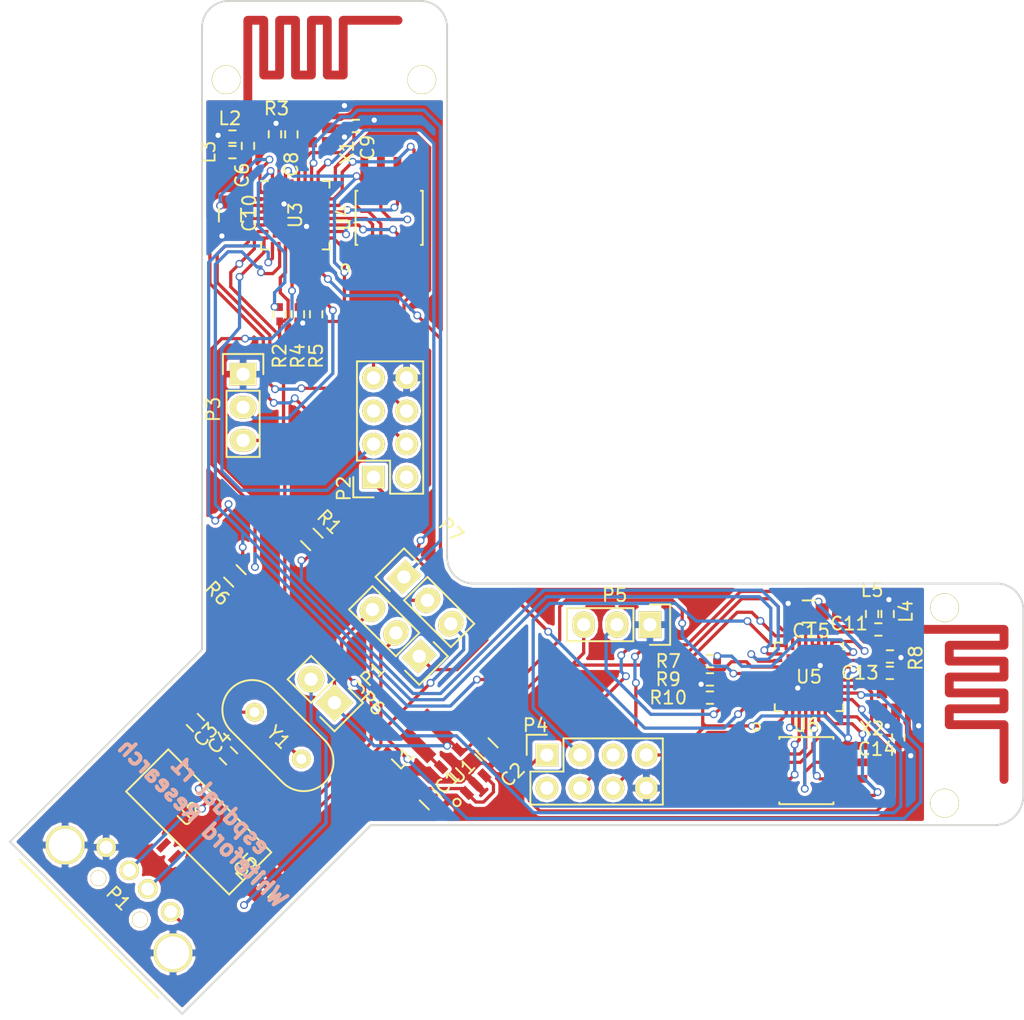
<source format=kicad_pcb>
(kicad_pcb (version 4) (host pcbnew "(2015-11-24 BZR 6329)-product")
  (layers (0 F.Cu signal) (31 B.Cu signal) (34 B.Paste user) (35 F.Paste user) (36 B.SilkS user) (37 F.SilkS user) (38 B.Mask user) (39 F.Mask user) (44 Edge.Cuts user))
  (net 0 "")
  (net 1 +5V)
  (net 2 GND)
  (net 3 +3V3)
  (net 4 "Net-(C4-Pad1)")
  (net 5 "Net-(L1-Pad1)")
  (net 6 USB_DP)
  (net 7 USB_DM)
  (net 8 "Net-(A1-Pad1)")
  (net 9 "Net-(C5-Pad1)")
  (net 10 "Net-(C6-Pad1)")
  (net 11 "Net-(P4-Pad3)")
  (net 12 "Net-(P4-Pad4)")
  (net 13 "Net-(P4-Pad6)")
  (net 14 "Net-(P5-Pad2)")
  (net 15 "Net-(R3-Pad2)")
  (net 16 "Net-(R4-Pad1)")
  (net 17 "Net-(R5-Pad1)")
  (net 18 "Net-(R2-Pad2)")
  (net 19 "Net-(C3-Pad1)")
  (net 20 "Net-(C9-Pad1)")
  (net 21 "Net-(A2-Pad1)")
  (net 22 "Net-(C8-Pad1)")
  (net 23 "Net-(C11-Pad1)")
  (net 24 "Net-(C13-Pad1)")
  (net 25 "Net-(C14-Pad1)")
  (net 26 E1_CON1)
  (net 27 "Net-(P2-Pad3)")
  (net 28 "Net-(P2-Pad4)")
  (net 29 "Net-(P2-Pad6)")
  (net 30 "Net-(P3-Pad2)")
  (net 31 E2_CON1)
  (net 32 E1_TX)
  (net 33 "Net-(P6-Pad2)")
  (net 34 E2_TX)
  (net 35 E1_RX)
  (net 36 "Net-(P7-Pad2)")
  (net 37 E2_RX)
  (net 38 E1_MTMS)
  (net 39 E1_MTDI)
  (net 40 "Net-(R7-Pad2)")
  (net 41 "Net-(R8-Pad2)")
  (net 42 "Net-(R9-Pad1)")
  (net 43 "Net-(R10-Pad1)")
  (net 44 E1_GPIO4)
  (net 45 E1_F_HOLD)
  (net 46 E1_F_WP)
  (net 47 E1_F_CS)
  (net 48 E1_F_CLK)
  (net 49 E1_F_D0)
  (net 50 E1_F_DI)
  (net 51 E2_F_HOLD)
  (net 52 E2_F_WP)
  (net 53 E2_F_CS)
  (net 54 E2_F_CLK)
  (net 55 E2_F_D0)
  (net 56 E2_F_DI)
  (module Resistors_SMD:R_0603 (layer F.Cu) (at 124.444 94.662 135)
    (fp_text reference R6 (at 0 -1.9 135) (layer F.SilkS))
    (fp_text value R)
    (pad 1 smd rect (at -0.75 0 135) (size 0.5 0.9) (layers F.Cu F.Paste F.Mask) (net 3 +3V3))
    (pad 2 smd rect (at 0.75 0 135) (size 0.5 0.9) (layers F.Cu F.Paste F.Mask) (net 39 E1_MTDI))
  )
  (module Resistors_SMD:R_0603 (layer F.Cu) (at 130.344 91.862 315)
    (fp_text reference R1 (at 0 -1.9 315) (layer F.SilkS))
    (fp_text value R)
    (pad 1 smd rect (at -0.75 0 315) (size 0.5 0.9) (layers F.Cu F.Paste F.Mask) (net 3 +3V3))
    (pad 2 smd rect (at 0.75 0 315) (size 0.5 0.9) (layers F.Cu F.Paste F.Mask) (net 38 E1_MTMS))
  )
  (module antenna:svg2mod (layer F.Cu) (at 176.657 104.521)
    (fp_text reference svg2mod hide)
    (fp_text value G*** hide)
    (fp_poly (pts (xy -7.104253 -5.736494) (xy -7.112235 -4.751105) (xy -7.110653 -4.727098) (xy -7.105472 -4.703781) (xy -7.09701 -4.681491) (xy -7.085589 -4.660563) (xy -7.071528 -4.641335) (xy -7.055148 -4.624143) (xy -7.03677 -4.609322) (xy -7.016713 -4.597209) (xy -6.995298 -4.588141) (xy -6.972845 -4.582453) (xy -6.949674 -4.580482) (xy -6.926502 -4.582453) (xy -6.904048 -4.588141) (xy -6.882632 -4.597209) (xy -6.862574 -4.609322) (xy -6.844194 -4.624143) (xy -6.827814 -4.641335) (xy -6.813753 -4.660563) (xy -6.802333 -4.681491) (xy -6.793872 -4.703781) (xy -6.788692 -4.727098) (xy -6.787114 -4.751105) (xy -6.777634 -5.421517) (xy -4.473205 -5.43599) (xy -3.389472 -5.43599) (xy -3.363732 -5.436687) (xy -3.338144 -5.439467) (xy -3.312853 -5.444271) (xy -3.288009 -5.451039) (xy -3.263758 -5.459712) (xy -3.240249 -5.47023) (xy -3.21763 -5.482535) (xy -3.196047 -5.496566) (xy -3.17565 -5.512265) (xy -3.156585 -5.529572) (xy -3.139011 -5.548389) (xy -3.123026 -5.568563) (xy -3.10869 -5.589944) (xy -3.096067 -5.612388) (xy -3.085217 -5.635745) (xy -3.076201 -5.659871) (xy -3.069082 -5.684617) (xy -3.063921 -5.709837) (xy -3.060779 -5.735384) (xy -3.059719 -5.76111) (xy -3.060779 -5.786836) (xy -3.063921 -5.812383) (xy -3.069082 -5.837603) (xy -3.076201 -5.862349) (xy -3.085217 -5.886475) (xy -3.096067 -5.909832) (xy -3.10869 -5.932276) (xy -3.123026 -5.953657) (xy -3.139011 -5.973831) (xy -3.156585 -5.992648) (xy -3.17565 -6.009955) (xy -3.196047 -6.025654) (xy -3.21763 -6.039685) (xy -3.240249 -6.05199) (xy -3.263758 -6.062509) (xy -3.288009 -6.071182) (xy -3.312853 -6.07795) (xy -3.338144 -6.082753) (xy -3.363732 -6.085533) (xy -3.389472 -6.08623) (xy -4.451194 -6.08623) (xy -4.473205 -6.08623) (xy -6.776138 -6.08623) (xy -6.801877 -6.085533) (xy -6.827466 -6.082753) (xy -6.852756 -6.077949) (xy -6.877601 -6.071181) (xy -6.901851 -6.062508) (xy -6.92536 -6.05199) (xy -6.947979 -6.039685) (xy -6.969562 -6.025654) (xy -6.989959 -6.009955) (xy -7.009023 -5.992648) (xy -7.026598 -5.973831) (xy -7.042584 -5.953657) (xy -7.056919 -5.932276) (xy -7.069543 -5.909832) (xy -7.080393 -5.886475) (xy -7.089408 -5.862349) (xy -7.096526 -5.837603) (xy -7.101687 -5.812383) (xy -7.104829 -5.786836) (xy -7.10589 -5.76111) (xy -7.104253 -5.736494)) (layer F.Cu) (width 0.00254))
    (fp_poly (pts (xy 0.265178 -6.100933) (xy 0.238712 -6.099319) (xy 0.212468 -6.095603) (xy 0.186591 -6.089846) (xy 0.16123 -6.082112) (xy 0.13653 -6.072461) (xy 0.11264 -6.060956) (xy 0.089706 -6.04766) (xy 0.067876 -6.032634) (xy 0.047295 -6.01594) (xy 0.028111 -5.997641) (xy 0.009115 -5.975585) (xy -0.006469 -5.952439) (xy -0.019064 -5.928378) (xy -0.02909 -5.903578) (xy -0.036971 -5.878215) (xy -0.04313 -5.852464) (xy -0.047987 -5.826501) (xy -0.051966 -5.800501) (xy -0.05549 -5.774641) (xy -0.058979 -5.749095) (xy -0.062858 -5.724039) (xy -0.067547 -5.69965) (xy -0.067547 1.693444) (xy -0.066803 1.720255) (xy -0.063897 1.746909) (xy -0.058888 1.773253) (xy -0.051839 1.799132) (xy -0.042808 1.824393) (xy -0.031857 1.848882) (xy -0.019047 1.872444) (xy -0.004438 1.894925) (xy 0.011909 1.916173) (xy 0.029935 1.936031) (xy 0.049537 1.954338) (xy 0.070551 1.970989) (xy 0.092824 1.985922) (xy 0.116203 1.999071) (xy 0.140534 2.010373) (xy 0.165664 2.019764) (xy 0.191441 2.027179) (xy 0.217711 2.032555) (xy 0.244322 2.035828) (xy 0.27112 2.036933) (xy 0.297919 2.035828) (xy 0.32453 2.032555) (xy 0.350801 2.027179) (xy 0.376579 2.019764) (xy 0.401709 2.010373) (xy 0.42604 1.999071) (xy 0.449418 1.985922) (xy 0.47169 1.970989) (xy 0.492703 1.954338) (xy 0.512304 1.936031) (xy 0.530333 1.916173) (xy 0.546687 1.894925) (xy 0.561303 1.872444) (xy 0.574121 1.848882) (xy 0.585078 1.824393) (xy 0.594112 1.799132) (xy 0.601162 1.773253) (xy 0.606166 1.746909) (xy 0.609061 1.720255) (xy 0.609786 1.693444) (xy 0.609786 -5.418556) (xy 6.434856 -5.418556) (xy 6.434856 -4.87669) (xy 2.574053 -4.87669) (xy 2.547497 -4.875602) (xy 2.521123 -4.872388) (xy 2.49508 -4.867107) (xy 2.469518 -4.859822) (xy 2.444586 -4.850595) (xy 2.420432 -4.839487) (xy 2.397207 -4.826561) (xy 2.375059 -4.811878) (xy 2.354137 -4.7955) (xy 2.334591 -4.777489) (xy 2.31658 -4.757943) (xy 2.300201 -4.737021) (xy 2.285518 -4.714873) (xy 2.272592 -4.691647) (xy 2.261484 -4.667494) (xy 2.252256 -4.642561) (xy 2.244971 -4.616998) (xy 2.239689 -4.590955) (xy 2.236474 -4.56458) (xy 2.235386 -4.538023) (xy 2.235386 -3.318823) (xy 2.236474 -3.292267) (xy 2.239689 -3.265892) (xy 2.244971 -3.23985) (xy 2.252256 -3.214287) (xy 2.261484 -3.189355) (xy 2.272592 -3.165201) (xy 2.285518 -3.141975) (xy 2.300201 -3.119827) (xy 2.31658 -3.098906) (xy 2.334591 -3.07936) (xy 2.354137 -3.061349) (xy 2.375059 -3.04497) (xy 2.397207 -3.030287) (xy 2.420432 -3.01736) (xy 2.444586 -3.006252) (xy 2.469518 -2.997025) (xy 2.49508 -2.98974) (xy 2.521123 -2.984459) (xy 2.547497 -2.981243) (xy 2.574053 -2.980156) (xy 6.434856 -2.980156) (xy 6.434856 -2.43829) (xy 2.574053 -2.43829) (xy 2.547497 -2.437202) (xy 2.521123 -2.433988) (xy 2.49508 -2.428707) (xy 2.469518 -2.421422) (xy 2.444586 -2.412195) (xy 2.420432 -2.401087) (xy 2.397207 -2.388161) (xy 2.375059 -2.373478) (xy 2.354137 -2.3571) (xy 2.334591 -2.339089) (xy 2.31658 -2.319543) (xy 2.300201 -2.298621) (xy 2.285518 -2.276473) (xy 2.272592 -2.253247) (xy 2.261484 -2.229094) (xy 2.252256 -2.204161) (xy 2.244971 -2.178598) (xy 2.239689 -2.152555) (xy 2.236474 -2.12618) (xy 2.235386 -2.099623) (xy 2.235386 -0.880423) (xy 2.236474 -0.853867) (xy 2.239689 -0.827492) (xy 2.244971 -0.80145) (xy 2.252256 -0.775887) (xy 2.261484 -0.750955) (xy 2.272592 -0.726801) (xy 2.285518 -0.703575) (xy 2.300201 -0.681427) (xy 2.31658 -0.660506) (xy 2.334591 -0.64096) (xy 2.354137 -0.622948) (xy 2.375059 -0.60657) (xy 2.397207 -0.591887) (xy 2.420432 -0.57896) (xy 2.444586 -0.567852) (xy 2.469518 -0.558625) (xy 2.49508 -0.55134) (xy 2.521123 -0.546059) (xy 2.547497 -0.542843) (xy 2.574053 -0.541756) (xy 6.434856 -0.541756) (xy 6.434856 0.00011) (xy 2.574053 0.00011) (xy 2.547497 0.001198) (xy 2.521123 0.004412) (xy 2.49508 0.009693) (xy 2.469518 0.016978) (xy 2.444586 0.026205) (xy 2.420432 0.037313) (xy 2.397207 0.050239) (xy 2.375059 0.064922) (xy 2.354137 0.0813) (xy 2.334591 0.099311) (xy 2.31658 0.118857) (xy 2.300201 0.139779) (xy 2.285518 0.161927) (xy 2.272592 0.185153) (xy 2.261484 0.209306) (xy 2.252256 0.234239) (xy 2.244971 0.259802) (xy 2.239689 0.285845) (xy 2.236474 0.31222) (xy 2.235386 0.338777) (xy 2.235386 1.50125) (xy 2.23203 1.52789) (xy 2.230862 1.5547) (xy 2.231839 1.581521) (xy 2.234917 1.608192) (xy 2.240052 1.634554) (xy 2.2472 1.660446) (xy 2.256316 1.685709) (xy 2.267357 1.710181) (xy 2.280278 1.733705) (xy 2.295036 1.756118) (xy 2.311586 1.777262) (xy 2.32173 1.789122) (xy 2.336962 1.804355) (xy 2.356463 1.821907) (xy 2.377296 1.837822) (xy 2.399315 1.852053) (xy 2.422371 1.864555) (xy 2.446318 1.875279) (xy 2.471009 1.884179) (xy 2.496296 1.891207) (xy 2.522032 1.896318) (xy 2.548069 1.899464) (xy 2.574262 1.900598) (xy 2.600462 1.899674) (xy 2.626522 1.896644) (xy 6.434831 1.896644) (xy 6.434831 5.757444) (xy 6.435575 5.784255) (xy 6.438481 5.810909) (xy 6.443489 5.837253) (xy 6.450539 5.863132) (xy 6.459569 5.888393) (xy 6.47052 5.912882) (xy 6.48333 5.936444) (xy 6.497939 5.958925) (xy 6.514287 5.980173) (xy 6.532313 6.000031) (xy 6.551915 6.018338) (xy 6.572928 6.034989) (xy 6.5952 6.049922) (xy 6.618578 6.063071) (xy 6.642909 6.074373) (xy 6.668039 6.083764) (xy 6.693817 6.091179) (xy 6.720087 6.096556) (xy 6.746699 6.099828) (xy 6.773498 6.100933) (xy 6.800296 6.099828) (xy 6.826907 6.096556) (xy 6.853178 6.091179) (xy 6.878955 6.083764) (xy 6.904086 6.074373) (xy 6.928417 6.063071) (xy 6.951795 6.049922) (xy 6.974067 6.034989) (xy 6.995081 6.018338) (xy 7.014683 6.000031) (xy 7.032711 5.980173) (xy 7.049063 5.958925) (xy 7.063679 5.936444) (xy 7.076496 5.912882) (xy 7.087453 5.888393) (xy 7.096487 5.863132) (xy 7.103538 5.837253) (xy 7.108542 5.810909) (xy 7.111438 5.784255) (xy 7.112165 5.757444) (xy 7.112165 1.557977) (xy 7.111077 1.53142) (xy 7.107862 1.505045) (xy 7.102581 1.479002) (xy 7.095296 1.453439) (xy 7.086069 1.428506) (xy 7.074961 1.404353) (xy 7.062035 1.381127) (xy 7.047352 1.358979) (xy 7.030974 1.338057) (xy 7.012962 1.318511) (xy 6.993417 1.3005) (xy 6.972495 1.284122) (xy 6.950347 1.269439) (xy 6.927121 1.256513) (xy 6.902967 1.245405) (xy 6.878035 1.236178) (xy 6.852472 1.228893) (xy 6.826429 1.223612) (xy 6.800055 1.220398) (xy 6.773498 1.21931) (xy 2.912695 1.21931) (xy 2.912695 0.677444) (xy 6.773498 0.677444) (xy 6.800055 0.676357) (xy 6.826429 0.673141) (xy 6.852472 0.66786) (xy 6.878035 0.660575) (xy 6.902967 0.651348) (xy 6.927121 0.64024) (xy 6.950347 0.627313) (xy 6.972495 0.61263) (xy 6.993417 0.596252) (xy 7.012962 0.57824) (xy 7.030974 0.558694) (xy 7.047352 0.537773) (xy 7.062035 0.515625) (xy 7.074961 0.492399) (xy 7.086069 0.468245) (xy 7.095296 0.443313) (xy 7.102581 0.41775) (xy 7.107862 0.391708) (xy 7.111077 0.365333) (xy 7.112165 0.338777) (xy 7.112165 -0.880423) (xy 7.111077 -0.90698) (xy 7.107862 -0.933355) (xy 7.102581 -0.959398) (xy 7.095296 -0.984961) (xy 7.086069 -1.009894) (xy 7.074961 -1.034047) (xy 7.062035 -1.057273) (xy 7.047352 -1.079421) (xy 7.030974 -1.100343) (xy 7.012962 -1.119889) (xy 6.993417 -1.1379) (xy 6.972495 -1.154278) (xy 6.950347 -1.168961) (xy 6.927121 -1.181887) (xy 6.902967 -1.192995) (xy 6.878035 -1.202222) (xy 6.852472 -1.209507) (xy 6.826429 -1.214788) (xy 6.800055 -1.218002) (xy 6.773498 -1.21909) (xy 2.912695 -1.21909) (xy 2.912695 -1.760956) (xy 6.773498 -1.760956) (xy 6.800055 -1.762043) (xy 6.826429 -1.765259) (xy 6.852472 -1.77054) (xy 6.878035 -1.777825) (xy 6.902967 -1.787052) (xy 6.927121 -1.79816) (xy 6.950347 -1.811087) (xy 6.972495 -1.82577) (xy 6.993417 -1.842148) (xy 7.012962 -1.86016) (xy 7.030974 -1.879706) (xy 7.047352 -1.900627) (xy 7.062035 -1.922775) (xy 7.074961 -1.946001) (xy 7.086069 -1.970155) (xy 7.095296 -1.995087) (xy 7.102581 -2.02065) (xy 7.107862 -2.046692) (xy 7.111077 -2.073067) (xy 7.112165 -2.099623) (xy 7.112165 -3.318823) (xy 7.111083 -3.34538) (xy 7.107873 -3.371755) (xy 7.102596 -3.397798) (xy 7.095314 -3.423361) (xy 7.086089 -3.448294) (xy 7.074982 -3.472447) (xy 7.062056 -3.495673) (xy 7.047374 -3.517821) (xy 7.030995 -3.538743) (xy 7.012984 -3.558289) (xy 6.993438 -3.5763) (xy 6.972517 -3.592678) (xy 6.950369 -3.607361) (xy 6.927143 -3.620287) (xy 6.902989 -3.631395) (xy 6.878057 -3.640622) (xy 6.852495 -3.647907) (xy 6.826452 -3.653188) (xy 6.800078 -3.656402) (xy 6.773522 -3.65749) (xy 2.91272 -3.65749) (xy 2.91272 -4.199356) (xy 6.773522 -4.199356) (xy 6.800078 -4.200443) (xy 6.826452 -4.203659) (xy 6.852495 -4.20894) (xy 6.878057 -4.216225) (xy 6.902989 -4.225452) (xy 6.927143 -4.23656) (xy 6.950369 -4.249487) (xy 6.972517 -4.26417) (xy 6.993438 -4.280548) (xy 7.012984 -4.29856) (xy 7.030995 -4.318106) (xy 7.047374 -4.339027) (xy 7.062057 -4.361175) (xy 7.074984 -4.384401) (xy 7.086092 -4.408555) (xy 7.095319 -4.433487) (xy 7.102605 -4.45905) (xy 7.107886 -4.485092) (xy 7.111101 -4.511467) (xy 7.112189 -4.538023) (xy 7.112189 -5.757223) (xy 7.111101 -5.78378) (xy 7.107886 -5.810155) (xy 7.102605 -5.836198) (xy 7.095319 -5.861761) (xy 7.086092 -5.886694) (xy 7.074984 -5.910847) (xy 7.062057 -5.934073) (xy 7.047374 -5.956221) (xy 7.030995 -5.977143) (xy 7.012984 -5.996689) (xy 6.993438 -6.0147) (xy 6.972517 -6.031078) (xy 6.950369 -6.045761) (xy 6.927143 -6.058687) (xy 6.902989 -6.069795) (xy 6.878057 -6.079022) (xy 6.852495 -6.086307) (xy 6.826452 -6.091588) (xy 6.800078 -6.094802) (xy 6.773522 -6.09589) (xy 0.326154 -6.09589) (xy 0.305029 -6.098868) (xy 0.28434 -6.099964) (xy 0.265178 -6.100933)) (layer F.Cu) (width 0.00254))
    (fp_poly (pts (xy -2.305738 -6.08623) (xy -2.331477 -6.085533) (xy -2.357066 -6.082753) (xy -2.382356 -6.077949) (xy -2.407201 -6.071181) (xy -2.431451 -6.062508) (xy -2.45496 -6.05199) (xy -2.47758 -6.039685) (xy -2.499162 -6.025654) (xy -2.51956 -6.009955) (xy -2.538624 -5.992648) (xy -2.556199 -5.973831) (xy -2.572184 -5.953657) (xy -2.586519 -5.932276) (xy -2.599143 -5.909832) (xy -2.609993 -5.886475) (xy -2.619008 -5.862349) (xy -2.626127 -5.837603) (xy -2.631288 -5.812383) (xy -2.63443 -5.786836) (xy -2.635491 -5.76111) (xy -2.63443 -5.735384) (xy -2.631288 -5.709837) (xy -2.626127 -5.684617) (xy -2.619008 -5.659871) (xy -2.609993 -5.635745) (xy -2.599143 -5.612388) (xy -2.586519 -5.589944) (xy -2.572184 -5.568563) (xy -2.556199 -5.548389) (xy -2.538624 -5.529572) (xy -2.51956 -5.512265) (xy -2.499162 -5.496566) (xy -2.47758 -5.482535) (xy -2.45496 -5.47023) (xy -2.431451 -5.459711) (xy -2.407201 -5.451038) (xy -2.382356 -5.44427) (xy -2.357066 -5.439467) (xy -2.331477 -5.436687) (xy -2.305738 -5.43599) (xy -0.409205 -5.43599) (xy -0.39862 -5.43588) (xy -0.384785 -5.4358) (xy -0.367928 -5.435749) (xy -0.348276 -5.435725) (xy -0.326056 -5.435727) (xy -0.301495 -5.435755) (xy -0.27482 -5.435805) (xy -0.246258 -5.435878) (xy -0.216037 -5.435971) (xy -0.184384 -5.436084) (xy -0.151525 -5.436215) (xy -0.117688 -5.436363) (xy -0.083101 -5.436526) (xy -0.04799 -5.436704) (xy -0.012582 -5.436894) (xy 0.022895 -5.437095) (xy 0.058214 -5.437307) (xy 0.093148 -5.437527) (xy 0.127471 -5.437755) (xy 0.160954 -5.437989) (xy 0.19337 -5.438228) (xy 0.224493 -5.43847) (xy 0.254096 -5.438714) (xy 0.28195 -5.438959) (xy 0.30783 -5.439203) (xy 0.331507 -5.439445) (xy 0.352755 -5.439684) (xy 0.371347 -5.439919) (xy 0.387055 -5.440147) (xy 0.402102 -5.443278) (xy 0.415137 -5.451746) (xy 0.426302 -5.46493) (xy 0.435742 -5.482208) (xy 0.443601 -5.502961) (xy 0.450021 -5.526567) (xy 0.455148 -5.552405) (xy 0.459124 -5.579855) (xy 0.462094 -5.608296) (xy 0.464201 -5.637106) (xy 0.46559 -5.665665) (xy 0.466404 -5.693351) (xy 0.466786 -5.719545) (xy 0.466881 -5.743625) (xy 0.466833 -5.76497) (xy 0.466785 -5.782959) (xy 0.468404 -5.793458) (xy 0.473046 -5.80505) (xy 0.480389 -5.817616) (xy 0.490112 -5.831033) (xy 0.501894 -5.845179) (xy 0.515413 -5.859934) (xy 0.530347 -5.875175) (xy 0.546375 -5.89078) (xy 0.563175 -5.90663) (xy 0.580425 -5.922601) (xy 0.597805 -5.938572) (xy 0.614992 -5.954422) (xy 0.631665 -5.970029) (xy 0.647503 -5.985271) (xy 0.662183 -6.000027) (xy 0.675385 -6.014175) (xy 0.686786 -6.027594) (xy 0.696065 -6.040163) (xy 0.702901 -6.051758) (xy 0.706973 -6.06226) (xy 0.707957 -6.071546) (xy 0.705534 -6.079495) (xy 0.69938 -6.085985) (xy 0.689176 -6.090894) (xy 0.674599 -6.094102) (xy 0.655327 -6.095486) (xy 0.646901 -6.095597) (xy 0.635298 -6.095663) (xy 0.620695 -6.095686) (xy 0.603269 -6.095668) (xy 0.583196 -6.095611) (xy 0.560653 -6.095517) (xy 0.535815 -6.095388) (xy 0.50886 -6.095228) (xy 0.479964 -6.095037) (xy 0.449303 -6.094818) (xy 0.417054 -6.094574) (xy 0.383394 -6.094306) (xy 0.348498 -6.094017) (xy 0.312543 -6.093708) (xy 0.275706 -6.093382) (xy 0.238163 -6.093042) (xy 0.200091 -6.092689) (xy 0.161666 -6.092326) (xy 0.123064 -6.091954) (xy 0.084463 -6.091576) (xy 0.046038 -6.091195) (xy 0.007965 -6.090811) (xy -0.029578 -6.090429) (xy -0.066415 -6.090048) (xy -0.10237 -6.089673) (xy -0.137266 -6.089305) (xy -0.170927 -6.088946) (xy -0.203176 -6.088598) (xy -0.233837 -6.088264) (xy -0.262733 -6.087946) (xy -0.289689 -6.087645) (xy -0.314527 -6.087365) (xy -0.337071 -6.087107) (xy -0.357144 -6.086874) (xy -0.374571 -6.086667) (xy -0.389174 -6.08649) (xy -0.400778 -6.086343) (xy -0.409205 -6.086229) (xy -2.305738 -6.08623)) (layer F.Cu) (width 0.00254))
  )
  (module Socket_Strips:Socket_Strip_Straight_1x03 (layer F.Cu) (at 156.273 98.403 180)
    (fp_text reference P5 (at 2.7 2.275 180) (layer F.SilkS))
    (fp_text value CONN_01X03 hide)
    (pad 1 thru_hole rect (at 0 0 180) (size 1.7272 2.032) (drill 1.016) (layers *.Cu *.Mask F.SilkS) (net 2 GND))
    (pad 2 thru_hole oval (at 2.54 0 180) (size 1.7272 2.032) (drill 1.016) (layers *.Cu *.Mask F.SilkS) (net 14 "Net-(P5-Pad2)"))
    (pad 3 thru_hole oval (at 5.08 0 180) (size 1.7272 2.032) (drill 1.016) (layers *.Cu *.Mask F.SilkS) (net 3 +3V3))
  )
  (module smdxtal:smd_xtal (layer F.Cu) (at 174.773 104.103)
    (fp_text reference X2 (at -1.475 2.275) (layer F.SilkS))
    (fp_text value CRYSTAL_SMD hide)
    (pad 1 smd rect (at -0.7 -0.6) (size 0.8 1.1) (layers F.Cu F.Paste F.Mask) (net 24 "Net-(C13-Pad1)"))
    (pad 3 smd rect (at 0.4 -0.6) (size 0.8 1.1) (layers F.Cu F.Paste F.Mask) (net 2 GND))
    (pad 3 smd rect (at -0.7 0.9) (size 0.8 1.1) (layers F.Cu F.Paste F.Mask) (net 2 GND))
    (pad 2 smd rect (at 0.4 0.9) (size 0.8 1.1) (layers F.Cu F.Paste F.Mask) (net 25 "Net-(C14-Pad1)"))
  )
  (module Housings_DFN_QFN:QFN-32-1EP_5x5mm_Pitch0.5mm (layer F.Cu) (at 168.473 102.403 270)
    (fp_text reference U5 (at 0 0 360) (layer F.SilkS))
    (fp_text value esp8266 hide)
    (pad 1 smd rect (at -2.4 -1.75 270) (size 0.7 0.25) (layers F.Cu F.Paste F.Mask) (net 3 +3V3))
    (pad 2 smd rect (at -2.4 -1.25 270) (size 0.7 0.25) (layers F.Cu F.Paste F.Mask) (net 23 "Net-(C11-Pad1)"))
    (pad 3 smd rect (at -2.4 -0.75 270) (size 0.7 0.25) (layers F.Cu F.Paste F.Mask) (net 3 +3V3))
    (pad 4 smd rect (at -2.4 -0.25 270) (size 0.7 0.25) (layers F.Cu F.Paste F.Mask) (net 3 +3V3))
    (pad 5 smd rect (at -2.4 0.25 270) (size 0.7 0.25) (layers F.Cu F.Paste F.Mask) (net 12 "Net-(P4-Pad4)"))
    (pad 6 smd rect (at -2.4 0.75 270) (size 0.7 0.25) (layers F.Cu F.Paste F.Mask) (net 13 "Net-(P4-Pad6)"))
    (pad 7 smd rect (at -2.4 1.25 270) (size 0.7 0.25) (layers F.Cu F.Paste F.Mask) (net 3 +3V3))
    (pad 8 smd rect (at -2.4 1.75 270) (size 0.7 0.25) (layers F.Cu F.Paste F.Mask) (net 11 "Net-(P4-Pad3)"))
    (pad 9 smd rect (at -1.75 2.4) (size 0.7 0.25) (layers F.Cu F.Paste F.Mask) (net 39 E1_MTDI))
    (pad 10 smd rect (at -1.25 2.4) (size 0.7 0.25) (layers F.Cu F.Paste F.Mask) (net 38 E1_MTMS))
    (pad 11 smd rect (at -0.75 2.4) (size 0.7 0.25) (layers F.Cu F.Paste F.Mask) (net 3 +3V3))
    (pad 12 smd rect (at -0.25 2.4) (size 0.7 0.25) (layers F.Cu F.Paste F.Mask))
    (pad 13 smd rect (at 0.25 2.4) (size 0.7 0.25) (layers F.Cu F.Paste F.Mask) (net 42 "Net-(R9-Pad1)"))
    (pad 14 smd rect (at 0.75 2.4) (size 0.7 0.25) (layers F.Cu F.Paste F.Mask) (net 43 "Net-(R10-Pad1)"))
    (pad 15 smd rect (at 1.25 2.4) (size 0.7 0.25) (layers F.Cu F.Paste F.Mask) (net 14 "Net-(P5-Pad2)"))
    (pad 16 smd rect (at 1.75 2.4) (size 0.7 0.25) (layers F.Cu F.Paste F.Mask) (net 44 E1_GPIO4))
    (pad 17 smd rect (at 2.4 1.75 270) (size 0.7 0.25) (layers F.Cu F.Paste F.Mask) (net 3 +3V3))
    (pad 18 smd rect (at 2.4 1.25 270) (size 0.7 0.25) (layers F.Cu F.Paste F.Mask) (net 51 E2_F_HOLD))
    (pad 19 smd rect (at 2.4 0.75 270) (size 0.7 0.25) (layers F.Cu F.Paste F.Mask) (net 52 E2_F_WP))
    (pad 20 smd rect (at 2.4 0.25 270) (size 0.7 0.25) (layers F.Cu F.Paste F.Mask) (net 53 E2_F_CS))
    (pad 21 smd rect (at 2.4 -0.25 270) (size 0.7 0.25) (layers F.Cu F.Paste F.Mask) (net 54 E2_F_CLK))
    (pad 22 smd rect (at 2.4 -0.75 270) (size 0.7 0.25) (layers F.Cu F.Paste F.Mask) (net 55 E2_F_D0))
    (pad 23 smd rect (at 2.4 -1.25 270) (size 0.7 0.25) (layers F.Cu F.Paste F.Mask) (net 56 E2_F_DI))
    (pad 24 smd rect (at 2.4 -1.75 270) (size 0.7 0.25) (layers F.Cu F.Paste F.Mask) (net 31 E2_CON1))
    (pad 25 smd rect (at 1.75 -2.4) (size 0.7 0.25) (layers F.Cu F.Paste F.Mask) (net 34 E2_TX))
    (pad 26 smd rect (at 1.25 -2.4) (size 0.7 0.25) (layers F.Cu F.Paste F.Mask) (net 37 E2_RX))
    (pad 27 smd rect (at 0.75 -2.4) (size 0.7 0.25) (layers F.Cu F.Paste F.Mask) (net 25 "Net-(C14-Pad1)"))
    (pad 28 smd rect (at 0.25 -2.4) (size 0.7 0.25) (layers F.Cu F.Paste F.Mask) (net 24 "Net-(C13-Pad1)"))
    (pad 29 smd rect (at -0.25 -2.4) (size 0.7 0.25) (layers F.Cu F.Paste F.Mask) (net 3 +3V3))
    (pad 30 smd rect (at -0.75 -2.4) (size 0.7 0.25) (layers F.Cu F.Paste F.Mask) (net 3 +3V3))
    (pad 31 smd rect (at -1.25 -2.4) (size 0.7 0.25) (layers F.Cu F.Paste F.Mask) (net 41 "Net-(R8-Pad2)"))
    (pad 32 smd rect (at -1.75 -2.4) (size 0.7 0.25) (layers F.Cu F.Paste F.Mask) (net 40 "Net-(R7-Pad2)"))
    (pad 33 smd rect (at 0.8625 0.8625 270) (size 1.725 1.725) (layers F.Cu F.Paste F.Mask) (net 2 GND))
    (pad 33 smd rect (at 0.8625 -0.8625 270) (size 1.725 1.725) (layers F.Cu F.Paste F.Mask) (net 2 GND))
    (pad 33 smd rect (at -0.8625 0.8625 270) (size 1.725 1.725) (layers F.Cu F.Paste F.Mask) (net 2 GND))
    (pad 33 smd rect (at -0.8625 -0.8625 270) (size 1.725 1.725) (layers F.Cu F.Paste F.Mask) (net 2 GND))
  )
  (module Capacitors_SMD:C_0402 (layer F.Cu) (at 160.873 104.003 180)
    (fp_text reference R10 (at 3.2 0 180) (layer F.SilkS))
    (fp_text value 0)
    (pad 1 smd rect (at -0.55 0 180) (size 0.6 0.5) (layers F.Cu F.Paste F.Mask) (net 43 "Net-(R10-Pad1)"))
    (pad 2 smd rect (at 0.55 0 180) (size 0.6 0.5) (layers F.Cu F.Paste F.Mask) (net 3 +3V3))
  )
  (module Capacitors_SMD:C_0402 (layer F.Cu) (at 160.873 102.603 180)
    (fp_text reference R9 (at 3.2 0 180) (layer F.SilkS))
    (fp_text value 0)
    (pad 1 smd rect (at -0.55 0 180) (size 0.6 0.5) (layers F.Cu F.Paste F.Mask) (net 42 "Net-(R9-Pad1)"))
    (pad 2 smd rect (at 0.55 0 180) (size 0.6 0.5) (layers F.Cu F.Paste F.Mask) (net 2 GND))
  )
  (module Capacitors_SMD:C_0402 (layer F.Cu) (at 174.683 100.843 180)
    (fp_text reference R8 (at -1.974 -0.122 270) (layer F.SilkS))
    (fp_text value 12K hide)
    (pad 1 smd rect (at -0.55 0 180) (size 0.6 0.5) (layers F.Cu F.Paste F.Mask) (net 2 GND))
    (pad 2 smd rect (at 0.55 0 180) (size 0.6 0.5) (layers F.Cu F.Paste F.Mask) (net 41 "Net-(R8-Pad2)"))
  )
  (module Capacitors_SMD:C_0402 (layer F.Cu) (at 160.873 101.203)
    (fp_text reference R7 (at -3.2 0) (layer F.SilkS))
    (fp_text value 0)
    (pad 1 smd rect (at -0.55 0) (size 0.6 0.5) (layers F.Cu F.Paste F.Mask) (net 3 +3V3))
    (pad 2 smd rect (at 0.55 0) (size 0.6 0.5) (layers F.Cu F.Paste F.Mask) (net 40 "Net-(R7-Pad2)"))
  )
  (module Capacitors_SMD:C_0402 (layer F.Cu) (at 174.503 97.583 90)
    (fp_text reference L4 (at 0.2 1.4 90) (layer F.SilkS))
    (fp_text value INDUCTOR hide)
    (pad 1 smd rect (at -0.55 0 90) (size 0.6 0.5) (layers F.Cu F.Paste F.Mask) (net 21 "Net-(A2-Pad1)"))
    (pad 2 smd rect (at 0.55 0 90) (size 0.6 0.5) (layers F.Cu F.Paste F.Mask) (net 2 GND))
  )
  (module Capacitors_SMD:C_0805 (layer F.Cu) (at 168.483 97.393 180)
    (fp_text reference C15 (at -0.15 -1.475 180) (layer F.SilkS))
    (fp_text value 10uF hide)
    (pad 1 smd rect (at -1 0 180) (size 1 1.25) (layers F.Cu F.Paste F.Mask) (net 3 +3V3))
    (pad 2 smd rect (at 1 0 180) (size 1 1.25) (layers F.Cu F.Paste F.Mask) (net 2 GND))
  )
  (module Capacitors_SMD:C_0402 (layer F.Cu) (at 175.323 107.053 270)
    (fp_text reference C14 (at 0.9 1.65 360) (layer F.SilkS))
    (fp_text value 10pF hide)
    (pad 1 smd rect (at -0.55 0 270) (size 0.6 0.5) (layers F.Cu F.Paste F.Mask) (net 25 "Net-(C14-Pad1)"))
    (pad 2 smd rect (at 0.55 0 270) (size 0.6 0.5) (layers F.Cu F.Paste F.Mask) (net 2 GND))
  )
  (module Capacitors_SMD:C_0402 (layer F.Cu) (at 174.673 102.103)
    (fp_text reference C13 (at -2.3 0) (layer F.SilkS))
    (fp_text value 10pF hide)
    (pad 1 smd rect (at -0.55 0) (size 0.6 0.5) (layers F.Cu F.Paste F.Mask) (net 24 "Net-(C13-Pad1)"))
    (pad 2 smd rect (at 0.55 0) (size 0.6 0.5) (layers F.Cu F.Paste F.Mask) (net 2 GND))
  )
  (module Connect:1pin (layer F.Cu) (at 178.873 112.103)
    (fp_text reference REF** hide)
    (fp_text value 1pin)
    (pad 1 thru_hole circle (at 0 0) (size 2.2 2.2) (drill 2.1) (layers *.Cu *.Mask F.SilkS))
  )
  (module Connect:1pin (layer F.Cu) (at 178.873 97.103)
    (fp_text reference REF** hide)
    (fp_text value 1pin)
    (pad 1 thru_hole circle (at 0 0) (size 2.2 2.2) (drill 2.1) (layers *.Cu *.Mask F.SilkS))
  )
  (module Housings_SOIC:SOIC-8_3.9x4.9mm_Pitch1.27mm (layer F.Cu) (at 168.273 109.603)
    (fp_text reference U6 (at 0 -3.5) (layer F.SilkS))
    (fp_text value SERFLASH hide)
    (pad 1 smd rect (at -3.175 -1.905) (size 3 0.6) (layers F.Cu F.Paste F.Mask) (net 53 E2_F_CS))
    (pad 2 smd rect (at -3.175 -0.635) (size 3 0.6) (layers F.Cu F.Paste F.Mask) (net 55 E2_F_D0))
    (pad 3 smd rect (at -3.175 0.635) (size 3 0.6) (layers F.Cu F.Paste F.Mask) (net 52 E2_F_WP))
    (pad 4 smd rect (at -3.175 1.905) (size 3 0.6) (layers F.Cu F.Paste F.Mask) (net 2 GND))
    (pad 5 smd rect (at 3.175 1.905) (size 3 0.6) (layers F.Cu F.Paste F.Mask) (net 56 E2_F_DI))
    (pad 6 smd rect (at 3.175 0.635) (size 3 0.6) (layers F.Cu F.Paste F.Mask) (net 54 E2_F_CLK))
    (pad 7 smd rect (at 3.175 -0.635) (size 3 0.6) (layers F.Cu F.Paste F.Mask) (net 51 E2_F_HOLD))
    (pad 8 smd rect (at 3.175 -1.905) (size 3 0.6) (layers F.Cu F.Paste F.Mask) (net 3 +3V3))
  )
  (module Capacitors_SMD:C_0402 (layer F.Cu) (at 173.313 97.583 90)
    (fp_text reference L5 (at 1.825 0 180) (layer F.SilkS))
    (fp_text value INDUCTOR hide)
    (pad 1 smd rect (at -0.55 0 90) (size 0.6 0.5) (layers F.Cu F.Paste F.Mask) (net 23 "Net-(C11-Pad1)"))
    (pad 2 smd rect (at 0.55 0 90) (size 0.6 0.5) (layers F.Cu F.Paste F.Mask) (net 2 GND))
  )
  (module Capacitors_SMD:C_0402 (layer F.Cu) (at 173.793 98.773)
    (fp_text reference C11 (at -2.25 -0.45) (layer F.SilkS))
    (fp_text value 5.6pF hide)
    (pad 1 smd rect (at -0.55 0) (size 0.6 0.5) (layers F.Cu F.Paste F.Mask) (net 23 "Net-(C11-Pad1)"))
    (pad 2 smd rect (at 0.55 0) (size 0.6 0.5) (layers F.Cu F.Paste F.Mask) (net 21 "Net-(A2-Pad1)"))
  )
  (module Socket_Strips:Socket_Strip_Straight_2x04 (layer F.Cu) (at 148.373 108.403)
    (fp_text reference P4 (at -0.875 -2.275) (layer F.SilkS))
    (fp_text value CONN_02X04 hide)
    (pad 1 thru_hole rect (at 0 0) (size 1.7272 1.7272) (drill 1.016) (layers *.Cu *.Mask F.SilkS) (net 31 E2_CON1))
    (pad 2 thru_hole oval (at 0 2.54) (size 1.7272 1.7272) (drill 1.016) (layers *.Cu *.Mask F.SilkS))
    (pad 3 thru_hole oval (at 2.54 0) (size 1.7272 1.7272) (drill 1.016) (layers *.Cu *.Mask F.SilkS) (net 11 "Net-(P4-Pad3)"))
    (pad 4 thru_hole oval (at 2.54 2.54) (size 1.7272 1.7272) (drill 1.016) (layers *.Cu *.Mask F.SilkS) (net 12 "Net-(P4-Pad4)"))
    (pad 5 thru_hole oval (at 5.08 0) (size 1.7272 1.7272) (drill 1.016) (layers *.Cu *.Mask F.SilkS))
    (pad 6 thru_hole oval (at 5.08 2.54) (size 1.7272 1.7272) (drill 1.016) (layers *.Cu *.Mask F.SilkS) (net 13 "Net-(P4-Pad6)"))
    (pad 7 thru_hole oval (at 7.62 0) (size 1.7272 1.7272) (drill 1.016) (layers *.Cu *.Mask F.SilkS) (net 3 +3V3))
    (pad 8 thru_hole oval (at 7.62 2.54) (size 1.7272 1.7272) (drill 1.016) (layers *.Cu *.Mask F.SilkS) (net 2 GND))
  )
  (module Capacitors_SMD:C_0603 (layer F.Cu) (at 121.412 105.918 135)
    (fp_text reference C4 (at -2.363 0.265 225) (layer F.SilkS))
    (fp_text value 22pF)
    (pad 1 smd rect (at -0.75 0 135) (size 0.8 0.75) (layers F.Cu F.Paste F.Mask) (net 4 "Net-(C4-Pad1)"))
    (pad 2 smd rect (at 0.75 0 135) (size 0.8 0.75) (layers F.Cu F.Paste F.Mask) (net 2 GND))
  )
  (module Capacitors_SMD:C_0603 (layer F.Cu) (at 123.952 108.458 315)
    (fp_text reference C3 (at -2.363 0.106 405) (layer F.SilkS))
    (fp_text value 22pF)
    (pad 1 smd rect (at -0.75 0 315) (size 0.8 0.75) (layers F.Cu F.Paste F.Mask) (net 19 "Net-(C3-Pad1)"))
    (pad 2 smd rect (at 0.75 0 315) (size 0.8 0.75) (layers F.Cu F.Paste F.Mask) (net 2 GND))
  )
  (module Crystals:HC-49V (layer F.Cu) (at 129.54 108.712 135)
    (fp_text reference Y1 (at 2.402 -0.064 135) (layer F.SilkS))
    (fp_text value 12MHz)
    (pad 1 thru_hole circle (at 0 0 135) (size 1.4224 1.4224) (drill 0.762) (layers *.Cu *.Mask F.SilkS) (net 19 "Net-(C3-Pad1)"))
    (pad 2 thru_hole circle (at 5.08 0 135) (size 1.4224 1.4224) (drill 0.762) (layers *.Cu *.Mask F.SilkS) (net 4 "Net-(C4-Pad1)"))
  )
  (module SMD_Packages:SO-16-N (layer F.Cu) (at 121.666 113.538 135)
    (fp_text reference U2 (at 0.919 -0.066 225) (layer F.SilkS))
    (fp_text value ch340)
    (pad 16 smd rect (at -4.445 -3.175 135) (size 0.508 1.143) (layers F.Cu F.Paste F.Mask) (net 9 "Net-(C5-Pad1)"))
    (pad 14 smd rect (at -1.905 -3.175 135) (size 0.508 1.143) (layers F.Cu F.Paste F.Mask))
    (pad 13 smd rect (at -0.635 -3.175 135) (size 0.508 1.143) (layers F.Cu F.Paste F.Mask))
    (pad 12 smd rect (at 0.635 -3.175 135) (size 0.508 1.143) (layers F.Cu F.Paste F.Mask))
    (pad 11 smd rect (at 1.905 -3.175 135) (size 0.508 1.143) (layers F.Cu F.Paste F.Mask))
    (pad 10 smd rect (at 3.175 -3.175 135) (size 0.508 1.143) (layers F.Cu F.Paste F.Mask))
    (pad 9 smd rect (at 4.445 -3.175 135) (size 0.508 1.143) (layers F.Cu F.Paste F.Mask))
    (pad 8 smd rect (at 4.445 3.175 135) (size 0.508 1.143) (layers F.Cu F.Paste F.Mask) (net 4 "Net-(C4-Pad1)"))
    (pad 7 smd rect (at 3.175 3.175 135) (size 0.508 1.143) (layers F.Cu F.Paste F.Mask) (net 19 "Net-(C3-Pad1)"))
    (pad 6 smd rect (at 1.905 3.175 135) (size 0.508 1.143) (layers F.Cu F.Paste F.Mask) (net 7 USB_DM))
    (pad 5 smd rect (at 0.635 3.175 135) (size 0.508 1.143) (layers F.Cu F.Paste F.Mask) (net 6 USB_DP))
    (pad 4 smd rect (at -0.635 3.175 135) (size 0.508 1.143) (layers F.Cu F.Paste F.Mask) (net 9 "Net-(C5-Pad1)"))
    (pad 3 smd rect (at -1.905 3.175 135) (size 0.508 1.143) (layers F.Cu F.Paste F.Mask) (net 36 "Net-(P7-Pad2)"))
    (pad 2 smd rect (at -3.175 3.175 135) (size 0.508 1.143) (layers F.Cu F.Paste F.Mask) (net 33 "Net-(P6-Pad2)"))
    (pad 1 smd rect (at -4.445 3.175 135) (size 0.508 1.143) (layers F.Cu F.Paste F.Mask) (net 2 GND))
    (pad 15 smd rect (at -3.175 -3.175 135) (size 0.508 1.143) (layers F.Cu F.Paste F.Mask))
  )
  (module Capacitors_SMD:C_0805 (layer F.Cu) (at 126.746 118.364 45)
    (fp_text reference C5 (at 0 -2.1 45) (layer F.SilkS))
    (fp_text value 100nF)
    (pad 1 smd rect (at -1 0 45) (size 1 1.25) (layers F.Cu F.Paste F.Mask) (net 9 "Net-(C5-Pad1)"))
    (pad 2 smd rect (at 1 0 45) (size 1 1.25) (layers F.Cu F.Paste F.Mask) (net 2 GND))
  )
  (module espusb:TSOT-5 (layer F.Cu) (at 141.986 109.728 45)
    (fp_text reference U1 (at 0 -0.1 45) (layer F.SilkS))
    (fp_text value MCP1603 hide)
    (pad 1 smd rect (at -0.94996 1.30048 45) (size 0.6 1.00076) (layers F.Cu F.Paste F.Mask) (net 1 +5V))
    (pad 2 smd rect (at 0 1.30048 45) (size 0.6 1.00076) (layers F.Cu F.Paste F.Mask) (net 2 GND))
    (pad 3 smd rect (at 0.94996 1.30048 45) (size 0.6 1.00076) (layers F.Cu F.Paste F.Mask) (net 1 +5V))
    (pad 4 smd rect (at 0.94996 -1.5 45) (size 0.6 1.00076) (layers F.Cu F.Paste F.Mask) (net 3 +3V3))
    (pad 5 smd rect (at -0.94996 -1.5 45) (size 0.6 1.00076) (layers F.Cu F.Paste F.Mask) (net 5 "Net-(L1-Pad1)"))
  )
  (module espusb:TDK_VLS_INDUCTOR (layer F.Cu) (at 139.192 106.934 45)
    (fp_text reference L1 (at -2.55 -0.1 45) (layer F.SilkS))
    (fp_text value 4.7uH hide)
    (pad 1 smd rect (at -1 0 45) (size 1 3) (layers F.Cu F.Paste F.Mask) (net 5 "Net-(L1-Pad1)"))
    (pad 2 smd rect (at 1 0 45) (size 1 3) (layers F.Cu F.Paste F.Mask) (net 3 +3V3))
  )
  (module Socket_Strips:Socket_Strip_Straight_1x02 (layer F.Cu) (at 132.08 104.394 135)
    (fp_text reference JP1 (at -0.513 3.239 225) (layer F.SilkS))
    (fp_text value JUMPER hide)
    (pad 1 thru_hole rect (at 0 0 135) (size 2.032 2.032) (drill 1.016) (layers *.Cu *.Mask F.SilkS) (net 3 +3V3))
    (pad 2 thru_hole oval (at 2.54 0 135) (size 2.032 2.032) (drill 1.016) (layers *.Cu *.Mask F.SilkS) (net 9 "Net-(C5-Pad1)"))
  )
  (module Resistors_SMD:R_0603_HandSoldering (layer F.Cu) (at 143.764 107.95 315)
    (fp_text reference C2 (at 2.8 0 405) (layer F.SilkS))
    (fp_text value 4.7uF hide)
    (pad 1 smd rect (at -1.1 0 315) (size 1.2 0.9) (layers F.Cu F.Paste F.Mask) (net 3 +3V3))
    (pad 2 smd rect (at 1.1 0 315) (size 1.2 0.9) (layers F.Cu F.Paste F.Mask) (net 2 GND))
  )
  (module Resistors_SMD:R_0603_HandSoldering (layer F.Cu) (at 139.446 111.76 315)
    (fp_text reference C1 (at 0 -1.8 405) (layer F.SilkS))
    (fp_text value 4.7uF hide)
    (pad 1 smd rect (at -1.1 0 315) (size 1.2 0.9) (layers F.Cu F.Paste F.Mask) (net 1 +5V))
    (pad 2 smd rect (at 1.1 0 315) (size 1.2 0.9) (layers F.Cu F.Paste F.Mask) (net 2 GND))
  )
  (module Connect:USB_A (layer F.Cu) (at 116.586 123.444 135)
    (fp_text reference P1 (at 3.62 2.09 135) (layer F.SilkS))
    (fp_text value USB_A hide)
    (pad 4 thru_hole circle (at 7.05 4.2 45) (size 1.50114 1.50114) (drill 1.00076) (layers *.Cu *.Mask F.SilkS) (net 2 GND))
    (pad 3 thru_hole circle (at 4.55 4.2 45) (size 1.50114 1.50114) (drill 1.00076) (layers *.Cu *.Mask F.SilkS) (net 6 USB_DP))
    (pad 2 thru_hole circle (at 2.54 4.2 45) (size 1.50114 1.50114) (drill 1.00076) (layers *.Cu *.Mask F.SilkS) (net 7 USB_DM))
    (pad 1 thru_hole circle (at 0.05 4.2 45) (size 1.50114 1.50114) (drill 1.00076) (layers *.Cu *.Mask F.SilkS) (net 1 +5V))
    (pad 5 thru_hole circle (at 9.4 2.1 45) (size 2.99974 2.99974) (drill 2.5) (layers *.Cu *.Mask F.SilkS) (net 2 GND))
    (pad 5 thru_hole circle (at -2.3 2.1 45) (size 2.99974 2.99974) (drill 2.5) (layers *.Cu *.Mask F.SilkS) (net 2 GND))
    (pad 6 thru_hole circle (at 5.8 2.1 45) (size 1.2 1.2) (drill 1.1) (layers *.Cu *.Mask F.SilkS))
    (pad 7 thru_hole circle (at 1.3 2.1 45) (size 1.2 1.2) (drill 1.1) (layers *.Cu *.Mask F.SilkS))
  )
  (module Socket_Strips:Socket_Strip_Straight_2x04 (layer F.Cu) (at 135.073 87.085 90)
    (fp_text reference P2 (at -0.875 -2.275 90) (layer F.SilkS))
    (fp_text value CONN_02X04 hide)
    (pad 1 thru_hole rect (at 0 0 90) (size 1.7272 1.7272) (drill 1.016) (layers *.Cu *.Mask F.SilkS) (net 26 E1_CON1))
    (pad 2 thru_hole oval (at 0 2.54 90) (size 1.7272 1.7272) (drill 1.016) (layers *.Cu *.Mask F.SilkS))
    (pad 3 thru_hole oval (at 2.54 0 90) (size 1.7272 1.7272) (drill 1.016) (layers *.Cu *.Mask F.SilkS) (net 27 "Net-(P2-Pad3)"))
    (pad 4 thru_hole oval (at 2.54 2.54 90) (size 1.7272 1.7272) (drill 1.016) (layers *.Cu *.Mask F.SilkS) (net 28 "Net-(P2-Pad4)"))
    (pad 5 thru_hole oval (at 5.08 0 90) (size 1.7272 1.7272) (drill 1.016) (layers *.Cu *.Mask F.SilkS))
    (pad 6 thru_hole oval (at 5.08 2.54 90) (size 1.7272 1.7272) (drill 1.016) (layers *.Cu *.Mask F.SilkS) (net 29 "Net-(P2-Pad6)"))
    (pad 7 thru_hole oval (at 7.62 0 90) (size 1.7272 1.7272) (drill 1.016) (layers *.Cu *.Mask F.SilkS) (net 3 +3V3))
    (pad 8 thru_hole oval (at 7.62 2.54 90) (size 1.7272 1.7272) (drill 1.016) (layers *.Cu *.Mask F.SilkS) (net 2 GND))
  )
  (module Capacitors_SMD:C_0402 (layer F.Cu) (at 125.443 61.665 90)
    (fp_text reference C6 (at -2.25 -0.45 90) (layer F.SilkS))
    (fp_text value 5.6pF hide)
    (pad 1 smd rect (at -0.55 0 90) (size 0.6 0.5) (layers F.Cu F.Paste F.Mask) (net 10 "Net-(C6-Pad1)"))
    (pad 2 smd rect (at 0.55 0 90) (size 0.6 0.5) (layers F.Cu F.Paste F.Mask) (net 8 "Net-(A1-Pad1)"))
  )
  (module Capacitors_SMD:C_0402 (layer F.Cu) (at 124.253 62.145 180)
    (fp_text reference L3 (at 1.825 0 270) (layer F.SilkS))
    (fp_text value INDUCTOR hide)
    (pad 1 smd rect (at -0.55 0 180) (size 0.6 0.5) (layers F.Cu F.Paste F.Mask) (net 10 "Net-(C6-Pad1)"))
    (pad 2 smd rect (at 0.55 0 180) (size 0.6 0.5) (layers F.Cu F.Paste F.Mask) (net 2 GND))
  )
  (module Housings_SOIC:SOIC-8_3.9x4.9mm_Pitch1.27mm (layer F.Cu) (at 136.273 67.185 90)
    (fp_text reference U4 (at 0 -3.5 90) (layer F.SilkS))
    (fp_text value SERFLASH hide)
    (pad 1 smd rect (at -3.175 -1.905 90) (size 3 0.6) (layers F.Cu F.Paste F.Mask) (net 47 E1_F_CS))
    (pad 2 smd rect (at -3.175 -0.635 90) (size 3 0.6) (layers F.Cu F.Paste F.Mask) (net 49 E1_F_D0))
    (pad 3 smd rect (at -3.175 0.635 90) (size 3 0.6) (layers F.Cu F.Paste F.Mask) (net 46 E1_F_WP))
    (pad 4 smd rect (at -3.175 1.905 90) (size 3 0.6) (layers F.Cu F.Paste F.Mask) (net 2 GND))
    (pad 5 smd rect (at 3.175 1.905 90) (size 3 0.6) (layers F.Cu F.Paste F.Mask) (net 50 E1_F_DI))
    (pad 6 smd rect (at 3.175 0.635 90) (size 3 0.6) (layers F.Cu F.Paste F.Mask) (net 48 E1_F_CLK))
    (pad 7 smd rect (at 3.175 -0.635 90) (size 3 0.6) (layers F.Cu F.Paste F.Mask) (net 45 E1_F_HOLD))
    (pad 8 smd rect (at 3.175 -1.905 90) (size 3 0.6) (layers F.Cu F.Paste F.Mask) (net 3 +3V3))
  )
  (module Connect:1pin (layer F.Cu) (at 123.773 56.585 90)
    (fp_text reference REF** hide)
    (fp_text value 1pin)
    (pad 1 thru_hole circle (at 0 0 90) (size 2.2 2.2) (drill 2.1) (layers *.Cu *.Mask F.SilkS))
  )
  (module Connect:1pin (layer F.Cu) (at 138.773 56.585 90)
    (fp_text reference REF** hide)
    (fp_text value 1pin)
    (pad 1 thru_hole circle (at 0 0 90) (size 2.2 2.2) (drill 2.1) (layers *.Cu *.Mask F.SilkS))
  )
  (module Capacitors_SMD:C_0402 (layer F.Cu) (at 128.773 60.785 90)
    (fp_text reference C8 (at -2.3 0 90) (layer F.SilkS))
    (fp_text value 10pF hide)
    (pad 1 smd rect (at -0.55 0 90) (size 0.6 0.5) (layers F.Cu F.Paste F.Mask) (net 22 "Net-(C8-Pad1)"))
    (pad 2 smd rect (at 0.55 0 90) (size 0.6 0.5) (layers F.Cu F.Paste F.Mask) (net 2 GND))
  )
  (module Capacitors_SMD:C_0402 (layer F.Cu) (at 133.723 60.135)
    (fp_text reference C9 (at 0.9 1.65 90) (layer F.SilkS))
    (fp_text value 10pF hide)
    (pad 1 smd rect (at -0.55 0) (size 0.6 0.5) (layers F.Cu F.Paste F.Mask) (net 20 "Net-(C9-Pad1)"))
    (pad 2 smd rect (at 0.55 0) (size 0.6 0.5) (layers F.Cu F.Paste F.Mask) (net 2 GND))
  )
  (module Capacitors_SMD:C_0805 (layer F.Cu) (at 124.063 66.975 270)
    (fp_text reference C10 (at -0.15 -1.475 270) (layer F.SilkS))
    (fp_text value 10uF hide)
    (pad 1 smd rect (at -1 0 270) (size 1 1.25) (layers F.Cu F.Paste F.Mask) (net 3 +3V3))
    (pad 2 smd rect (at 1 0 270) (size 1 1.25) (layers F.Cu F.Paste F.Mask) (net 2 GND))
  )
  (module Capacitors_SMD:C_0402 (layer F.Cu) (at 124.253 60.955 180)
    (fp_text reference L2 (at 0.2 1.4 180) (layer F.SilkS))
    (fp_text value INDUCTOR hide)
    (pad 1 smd rect (at -0.55 0 180) (size 0.6 0.5) (layers F.Cu F.Paste F.Mask) (net 8 "Net-(A1-Pad1)"))
    (pad 2 smd rect (at 0.55 0 180) (size 0.6 0.5) (layers F.Cu F.Paste F.Mask) (net 2 GND))
  )
  (module Capacitors_SMD:C_0402 (layer F.Cu) (at 127.873 74.585 90)
    (fp_text reference R2 (at -3.2 0 90) (layer F.SilkS))
    (fp_text value 0)
    (pad 1 smd rect (at -0.55 0 90) (size 0.6 0.5) (layers F.Cu F.Paste F.Mask) (net 3 +3V3))
    (pad 2 smd rect (at 0.55 0 90) (size 0.6 0.5) (layers F.Cu F.Paste F.Mask) (net 18 "Net-(R2-Pad2)"))
  )
  (module Capacitors_SMD:C_0402 (layer F.Cu) (at 127.513 60.775 270)
    (fp_text reference R3 (at -1.974 -0.122 540) (layer F.SilkS))
    (fp_text value 12K hide)
    (pad 1 smd rect (at -0.55 0 270) (size 0.6 0.5) (layers F.Cu F.Paste F.Mask) (net 2 GND))
    (pad 2 smd rect (at 0.55 0 270) (size 0.6 0.5) (layers F.Cu F.Paste F.Mask) (net 15 "Net-(R3-Pad2)"))
  )
  (module Capacitors_SMD:C_0402 (layer F.Cu) (at 129.273 74.585 270)
    (fp_text reference R4 (at 3.2 0 270) (layer F.SilkS))
    (fp_text value 0)
    (pad 1 smd rect (at -0.55 0 270) (size 0.6 0.5) (layers F.Cu F.Paste F.Mask) (net 16 "Net-(R4-Pad1)"))
    (pad 2 smd rect (at 0.55 0 270) (size 0.6 0.5) (layers F.Cu F.Paste F.Mask) (net 2 GND))
  )
  (module Capacitors_SMD:C_0402 (layer F.Cu) (at 130.673 74.585 270)
    (fp_text reference R5 (at 3.2 0 270) (layer F.SilkS))
    (fp_text value 0)
    (pad 1 smd rect (at -0.55 0 270) (size 0.6 0.5) (layers F.Cu F.Paste F.Mask) (net 17 "Net-(R5-Pad1)"))
    (pad 2 smd rect (at 0.55 0 270) (size 0.6 0.5) (layers F.Cu F.Paste F.Mask) (net 3 +3V3))
  )
  (module Housings_DFN_QFN:QFN-32-1EP_5x5mm_Pitch0.5mm (layer F.Cu) (at 129.073 66.985)
    (fp_text reference U3 (at 0 0 90) (layer F.SilkS))
    (fp_text value esp8266 hide)
    (pad 1 smd rect (at -2.4 -1.75) (size 0.7 0.25) (layers F.Cu F.Paste F.Mask) (net 3 +3V3))
    (pad 2 smd rect (at -2.4 -1.25) (size 0.7 0.25) (layers F.Cu F.Paste F.Mask) (net 10 "Net-(C6-Pad1)"))
    (pad 3 smd rect (at -2.4 -0.75) (size 0.7 0.25) (layers F.Cu F.Paste F.Mask) (net 3 +3V3))
    (pad 4 smd rect (at -2.4 -0.25) (size 0.7 0.25) (layers F.Cu F.Paste F.Mask) (net 3 +3V3))
    (pad 5 smd rect (at -2.4 0.25) (size 0.7 0.25) (layers F.Cu F.Paste F.Mask) (net 28 "Net-(P2-Pad4)"))
    (pad 6 smd rect (at -2.4 0.75) (size 0.7 0.25) (layers F.Cu F.Paste F.Mask) (net 29 "Net-(P2-Pad6)"))
    (pad 7 smd rect (at -2.4 1.25) (size 0.7 0.25) (layers F.Cu F.Paste F.Mask) (net 3 +3V3))
    (pad 8 smd rect (at -2.4 1.75) (size 0.7 0.25) (layers F.Cu F.Paste F.Mask) (net 27 "Net-(P2-Pad3)"))
    (pad 9 smd rect (at -1.75 2.4 90) (size 0.7 0.25) (layers F.Cu F.Paste F.Mask) (net 38 E1_MTMS))
    (pad 10 smd rect (at -1.25 2.4 90) (size 0.7 0.25) (layers F.Cu F.Paste F.Mask) (net 39 E1_MTDI))
    (pad 11 smd rect (at -0.75 2.4 90) (size 0.7 0.25) (layers F.Cu F.Paste F.Mask) (net 3 +3V3))
    (pad 12 smd rect (at -0.25 2.4 90) (size 0.7 0.25) (layers F.Cu F.Paste F.Mask))
    (pad 13 smd rect (at 0.25 2.4 90) (size 0.7 0.25) (layers F.Cu F.Paste F.Mask) (net 16 "Net-(R4-Pad1)"))
    (pad 14 smd rect (at 0.75 2.4 90) (size 0.7 0.25) (layers F.Cu F.Paste F.Mask) (net 17 "Net-(R5-Pad1)"))
    (pad 15 smd rect (at 1.25 2.4 90) (size 0.7 0.25) (layers F.Cu F.Paste F.Mask) (net 30 "Net-(P3-Pad2)"))
    (pad 16 smd rect (at 1.75 2.4 90) (size 0.7 0.25) (layers F.Cu F.Paste F.Mask) (net 44 E1_GPIO4))
    (pad 17 smd rect (at 2.4 1.75) (size 0.7 0.25) (layers F.Cu F.Paste F.Mask) (net 3 +3V3))
    (pad 18 smd rect (at 2.4 1.25) (size 0.7 0.25) (layers F.Cu F.Paste F.Mask) (net 45 E1_F_HOLD))
    (pad 19 smd rect (at 2.4 0.75) (size 0.7 0.25) (layers F.Cu F.Paste F.Mask) (net 46 E1_F_WP))
    (pad 20 smd rect (at 2.4 0.25) (size 0.7 0.25) (layers F.Cu F.Paste F.Mask) (net 47 E1_F_CS))
    (pad 21 smd rect (at 2.4 -0.25) (size 0.7 0.25) (layers F.Cu F.Paste F.Mask) (net 48 E1_F_CLK))
    (pad 22 smd rect (at 2.4 -0.75) (size 0.7 0.25) (layers F.Cu F.Paste F.Mask) (net 49 E1_F_D0))
    (pad 23 smd rect (at 2.4 -1.25) (size 0.7 0.25) (layers F.Cu F.Paste F.Mask) (net 50 E1_F_DI))
    (pad 24 smd rect (at 2.4 -1.75) (size 0.7 0.25) (layers F.Cu F.Paste F.Mask) (net 26 E1_CON1))
    (pad 25 smd rect (at 1.75 -2.4 90) (size 0.7 0.25) (layers F.Cu F.Paste F.Mask) (net 32 E1_TX))
    (pad 26 smd rect (at 1.25 -2.4 90) (size 0.7 0.25) (layers F.Cu F.Paste F.Mask) (net 35 E1_RX))
    (pad 27 smd rect (at 0.75 -2.4 90) (size 0.7 0.25) (layers F.Cu F.Paste F.Mask) (net 20 "Net-(C9-Pad1)"))
    (pad 28 smd rect (at 0.25 -2.4 90) (size 0.7 0.25) (layers F.Cu F.Paste F.Mask) (net 22 "Net-(C8-Pad1)"))
    (pad 29 smd rect (at -0.25 -2.4 90) (size 0.7 0.25) (layers F.Cu F.Paste F.Mask) (net 3 +3V3))
    (pad 30 smd rect (at -0.75 -2.4 90) (size 0.7 0.25) (layers F.Cu F.Paste F.Mask) (net 3 +3V3))
    (pad 31 smd rect (at -1.25 -2.4 90) (size 0.7 0.25) (layers F.Cu F.Paste F.Mask) (net 15 "Net-(R3-Pad2)"))
    (pad 32 smd rect (at -1.75 -2.4 90) (size 0.7 0.25) (layers F.Cu F.Paste F.Mask) (net 18 "Net-(R2-Pad2)"))
    (pad 33 smd rect (at 0.8625 0.8625) (size 1.725 1.725) (layers F.Cu F.Paste F.Mask) (net 2 GND))
    (pad 33 smd rect (at 0.8625 -0.8625) (size 1.725 1.725) (layers F.Cu F.Paste F.Mask) (net 2 GND))
    (pad 33 smd rect (at -0.8625 0.8625) (size 1.725 1.725) (layers F.Cu F.Paste F.Mask) (net 2 GND))
    (pad 33 smd rect (at -0.8625 -0.8625) (size 1.725 1.725) (layers F.Cu F.Paste F.Mask) (net 2 GND))
  )
  (module smdxtal:smd_xtal (layer F.Cu) (at 130.773 60.685 90)
    (fp_text reference X1 (at -1.475 2.275 270) (layer F.SilkS))
    (fp_text value CRYSTAL_SMD hide)
    (pad 1 smd rect (at -0.7 -0.6 90) (size 0.8 1.1) (layers F.Cu F.Paste F.Mask) (net 22 "Net-(C8-Pad1)"))
    (pad 3 smd rect (at 0.4 -0.6 90) (size 0.8 1.1) (layers F.Cu F.Paste F.Mask) (net 2 GND))
    (pad 3 smd rect (at -0.7 0.9 90) (size 0.8 1.1) (layers F.Cu F.Paste F.Mask) (net 2 GND))
    (pad 2 smd rect (at 0.4 0.9 90) (size 0.8 1.1) (layers F.Cu F.Paste F.Mask) (net 20 "Net-(C9-Pad1)"))
  )
  (module Socket_Strips:Socket_Strip_Straight_1x03 (layer F.Cu) (at 125.073 79.185 270)
    (fp_text reference P3 (at 2.7 2.275 270) (layer F.SilkS))
    (fp_text value CONN_01X03 hide)
    (pad 1 thru_hole rect (at 0 0 270) (size 1.7272 2.032) (drill 1.016) (layers *.Cu *.Mask F.SilkS) (net 2 GND))
    (pad 2 thru_hole oval (at 2.54 0 270) (size 1.7272 2.032) (drill 1.016) (layers *.Cu *.Mask F.SilkS) (net 30 "Net-(P3-Pad2)"))
    (pad 3 thru_hole oval (at 5.08 0 270) (size 1.7272 2.032) (drill 1.016) (layers *.Cu *.Mask F.SilkS) (net 3 +3V3))
  )
  (module antenna:svg2mod (layer F.Cu) (at 131.191 58.801 90)
    (fp_text reference svg2mod hide)
    (fp_text value G*** hide)
    (fp_poly (pts (xy -7.104253 -5.736494) (xy -7.112235 -4.751105) (xy -7.110653 -4.727098) (xy -7.105472 -4.703781) (xy -7.09701 -4.681491) (xy -7.085589 -4.660563) (xy -7.071528 -4.641335) (xy -7.055148 -4.624143) (xy -7.03677 -4.609322) (xy -7.016713 -4.597209) (xy -6.995298 -4.588141) (xy -6.972845 -4.582453) (xy -6.949674 -4.580482) (xy -6.926502 -4.582453) (xy -6.904048 -4.588141) (xy -6.882632 -4.597209) (xy -6.862574 -4.609322) (xy -6.844194 -4.624143) (xy -6.827814 -4.641335) (xy -6.813753 -4.660563) (xy -6.802333 -4.681491) (xy -6.793872 -4.703781) (xy -6.788692 -4.727098) (xy -6.787114 -4.751105) (xy -6.777634 -5.421517) (xy -4.473205 -5.43599) (xy -3.389472 -5.43599) (xy -3.363732 -5.436687) (xy -3.338144 -5.439467) (xy -3.312853 -5.444271) (xy -3.288009 -5.451039) (xy -3.263758 -5.459712) (xy -3.240249 -5.47023) (xy -3.21763 -5.482535) (xy -3.196047 -5.496566) (xy -3.17565 -5.512265) (xy -3.156585 -5.529572) (xy -3.139011 -5.548389) (xy -3.123026 -5.568563) (xy -3.10869 -5.589944) (xy -3.096067 -5.612388) (xy -3.085217 -5.635745) (xy -3.076201 -5.659871) (xy -3.069082 -5.684617) (xy -3.063921 -5.709837) (xy -3.060779 -5.735384) (xy -3.059719 -5.76111) (xy -3.060779 -5.786836) (xy -3.063921 -5.812383) (xy -3.069082 -5.837603) (xy -3.076201 -5.862349) (xy -3.085217 -5.886475) (xy -3.096067 -5.909832) (xy -3.10869 -5.932276) (xy -3.123026 -5.953657) (xy -3.139011 -5.973831) (xy -3.156585 -5.992648) (xy -3.17565 -6.009955) (xy -3.196047 -6.025654) (xy -3.21763 -6.039685) (xy -3.240249 -6.05199) (xy -3.263758 -6.062509) (xy -3.288009 -6.071182) (xy -3.312853 -6.07795) (xy -3.338144 -6.082753) (xy -3.363732 -6.085533) (xy -3.389472 -6.08623) (xy -4.451194 -6.08623) (xy -4.473205 -6.08623) (xy -6.776138 -6.08623) (xy -6.801877 -6.085533) (xy -6.827466 -6.082753) (xy -6.852756 -6.077949) (xy -6.877601 -6.071181) (xy -6.901851 -6.062508) (xy -6.92536 -6.05199) (xy -6.947979 -6.039685) (xy -6.969562 -6.025654) (xy -6.989959 -6.009955) (xy -7.009023 -5.992648) (xy -7.026598 -5.973831) (xy -7.042584 -5.953657) (xy -7.056919 -5.932276) (xy -7.069543 -5.909832) (xy -7.080393 -5.886475) (xy -7.089408 -5.862349) (xy -7.096526 -5.837603) (xy -7.101687 -5.812383) (xy -7.104829 -5.786836) (xy -7.10589 -5.76111) (xy -7.104253 -5.736494)) (layer F.Cu) (width 0.00254))
    (fp_poly (pts (xy 0.265178 -6.100933) (xy 0.238712 -6.099319) (xy 0.212468 -6.095603) (xy 0.186591 -6.089846) (xy 0.16123 -6.082112) (xy 0.13653 -6.072461) (xy 0.11264 -6.060956) (xy 0.089706 -6.04766) (xy 0.067876 -6.032634) (xy 0.047295 -6.01594) (xy 0.028111 -5.997641) (xy 0.009115 -5.975585) (xy -0.006469 -5.952439) (xy -0.019064 -5.928378) (xy -0.02909 -5.903578) (xy -0.036971 -5.878215) (xy -0.04313 -5.852464) (xy -0.047987 -5.826501) (xy -0.051966 -5.800501) (xy -0.05549 -5.774641) (xy -0.058979 -5.749095) (xy -0.062858 -5.724039) (xy -0.067547 -5.69965) (xy -0.067547 1.693444) (xy -0.066803 1.720255) (xy -0.063897 1.746909) (xy -0.058888 1.773253) (xy -0.051839 1.799132) (xy -0.042808 1.824393) (xy -0.031857 1.848882) (xy -0.019047 1.872444) (xy -0.004438 1.894925) (xy 0.011909 1.916173) (xy 0.029935 1.936031) (xy 0.049537 1.954338) (xy 0.070551 1.970989) (xy 0.092824 1.985922) (xy 0.116203 1.999071) (xy 0.140534 2.010373) (xy 0.165664 2.019764) (xy 0.191441 2.027179) (xy 0.217711 2.032555) (xy 0.244322 2.035828) (xy 0.27112 2.036933) (xy 0.297919 2.035828) (xy 0.32453 2.032555) (xy 0.350801 2.027179) (xy 0.376579 2.019764) (xy 0.401709 2.010373) (xy 0.42604 1.999071) (xy 0.449418 1.985922) (xy 0.47169 1.970989) (xy 0.492703 1.954338) (xy 0.512304 1.936031) (xy 0.530333 1.916173) (xy 0.546687 1.894925) (xy 0.561303 1.872444) (xy 0.574121 1.848882) (xy 0.585078 1.824393) (xy 0.594112 1.799132) (xy 0.601162 1.773253) (xy 0.606166 1.746909) (xy 0.609061 1.720255) (xy 0.609786 1.693444) (xy 0.609786 -5.418556) (xy 6.434856 -5.418556) (xy 6.434856 -4.87669) (xy 2.574053 -4.87669) (xy 2.547497 -4.875602) (xy 2.521123 -4.872388) (xy 2.49508 -4.867107) (xy 2.469518 -4.859822) (xy 2.444586 -4.850595) (xy 2.420432 -4.839487) (xy 2.397207 -4.826561) (xy 2.375059 -4.811878) (xy 2.354137 -4.7955) (xy 2.334591 -4.777489) (xy 2.31658 -4.757943) (xy 2.300201 -4.737021) (xy 2.285518 -4.714873) (xy 2.272592 -4.691647) (xy 2.261484 -4.667494) (xy 2.252256 -4.642561) (xy 2.244971 -4.616998) (xy 2.239689 -4.590955) (xy 2.236474 -4.56458) (xy 2.235386 -4.538023) (xy 2.235386 -3.318823) (xy 2.236474 -3.292267) (xy 2.239689 -3.265892) (xy 2.244971 -3.23985) (xy 2.252256 -3.214287) (xy 2.261484 -3.189355) (xy 2.272592 -3.165201) (xy 2.285518 -3.141975) (xy 2.300201 -3.119827) (xy 2.31658 -3.098906) (xy 2.334591 -3.07936) (xy 2.354137 -3.061349) (xy 2.375059 -3.04497) (xy 2.397207 -3.030287) (xy 2.420432 -3.01736) (xy 2.444586 -3.006252) (xy 2.469518 -2.997025) (xy 2.49508 -2.98974) (xy 2.521123 -2.984459) (xy 2.547497 -2.981243) (xy 2.574053 -2.980156) (xy 6.434856 -2.980156) (xy 6.434856 -2.43829) (xy 2.574053 -2.43829) (xy 2.547497 -2.437202) (xy 2.521123 -2.433988) (xy 2.49508 -2.428707) (xy 2.469518 -2.421422) (xy 2.444586 -2.412195) (xy 2.420432 -2.401087) (xy 2.397207 -2.388161) (xy 2.375059 -2.373478) (xy 2.354137 -2.3571) (xy 2.334591 -2.339089) (xy 2.31658 -2.319543) (xy 2.300201 -2.298621) (xy 2.285518 -2.276473) (xy 2.272592 -2.253247) (xy 2.261484 -2.229094) (xy 2.252256 -2.204161) (xy 2.244971 -2.178598) (xy 2.239689 -2.152555) (xy 2.236474 -2.12618) (xy 2.235386 -2.099623) (xy 2.235386 -0.880423) (xy 2.236474 -0.853867) (xy 2.239689 -0.827492) (xy 2.244971 -0.80145) (xy 2.252256 -0.775887) (xy 2.261484 -0.750955) (xy 2.272592 -0.726801) (xy 2.285518 -0.703575) (xy 2.300201 -0.681427) (xy 2.31658 -0.660506) (xy 2.334591 -0.64096) (xy 2.354137 -0.622948) (xy 2.375059 -0.60657) (xy 2.397207 -0.591887) (xy 2.420432 -0.57896) (xy 2.444586 -0.567852) (xy 2.469518 -0.558625) (xy 2.49508 -0.55134) (xy 2.521123 -0.546059) (xy 2.547497 -0.542843) (xy 2.574053 -0.541756) (xy 6.434856 -0.541756) (xy 6.434856 0.00011) (xy 2.574053 0.00011) (xy 2.547497 0.001198) (xy 2.521123 0.004412) (xy 2.49508 0.009693) (xy 2.469518 0.016978) (xy 2.444586 0.026205) (xy 2.420432 0.037313) (xy 2.397207 0.050239) (xy 2.375059 0.064922) (xy 2.354137 0.0813) (xy 2.334591 0.099311) (xy 2.31658 0.118857) (xy 2.300201 0.139779) (xy 2.285518 0.161927) (xy 2.272592 0.185153) (xy 2.261484 0.209306) (xy 2.252256 0.234239) (xy 2.244971 0.259802) (xy 2.239689 0.285845) (xy 2.236474 0.31222) (xy 2.235386 0.338777) (xy 2.235386 1.50125) (xy 2.23203 1.52789) (xy 2.230862 1.5547) (xy 2.231839 1.581521) (xy 2.234917 1.608192) (xy 2.240052 1.634554) (xy 2.2472 1.660446) (xy 2.256316 1.685709) (xy 2.267357 1.710181) (xy 2.280278 1.733705) (xy 2.295036 1.756118) (xy 2.311586 1.777262) (xy 2.32173 1.789122) (xy 2.336962 1.804355) (xy 2.356463 1.821907) (xy 2.377296 1.837822) (xy 2.399315 1.852053) (xy 2.422371 1.864555) (xy 2.446318 1.875279) (xy 2.471009 1.884179) (xy 2.496296 1.891207) (xy 2.522032 1.896318) (xy 2.548069 1.899464) (xy 2.574262 1.900598) (xy 2.600462 1.899674) (xy 2.626522 1.896644) (xy 6.434831 1.896644) (xy 6.434831 5.757444) (xy 6.435575 5.784255) (xy 6.438481 5.810909) (xy 6.443489 5.837253) (xy 6.450539 5.863132) (xy 6.459569 5.888393) (xy 6.47052 5.912882) (xy 6.48333 5.936444) (xy 6.497939 5.958925) (xy 6.514287 5.980173) (xy 6.532313 6.000031) (xy 6.551915 6.018338) (xy 6.572928 6.034989) (xy 6.5952 6.049922) (xy 6.618578 6.063071) (xy 6.642909 6.074373) (xy 6.668039 6.083764) (xy 6.693817 6.091179) (xy 6.720087 6.096556) (xy 6.746699 6.099828) (xy 6.773498 6.100933) (xy 6.800296 6.099828) (xy 6.826907 6.096556) (xy 6.853178 6.091179) (xy 6.878955 6.083764) (xy 6.904086 6.074373) (xy 6.928417 6.063071) (xy 6.951795 6.049922) (xy 6.974067 6.034989) (xy 6.995081 6.018338) (xy 7.014683 6.000031) (xy 7.032711 5.980173) (xy 7.049063 5.958925) (xy 7.063679 5.936444) (xy 7.076496 5.912882) (xy 7.087453 5.888393) (xy 7.096487 5.863132) (xy 7.103538 5.837253) (xy 7.108542 5.810909) (xy 7.111438 5.784255) (xy 7.112165 5.757444) (xy 7.112165 1.557977) (xy 7.111077 1.53142) (xy 7.107862 1.505045) (xy 7.102581 1.479002) (xy 7.095296 1.453439) (xy 7.086069 1.428506) (xy 7.074961 1.404353) (xy 7.062035 1.381127) (xy 7.047352 1.358979) (xy 7.030974 1.338057) (xy 7.012962 1.318511) (xy 6.993417 1.3005) (xy 6.972495 1.284122) (xy 6.950347 1.269439) (xy 6.927121 1.256513) (xy 6.902967 1.245405) (xy 6.878035 1.236178) (xy 6.852472 1.228893) (xy 6.826429 1.223612) (xy 6.800055 1.220398) (xy 6.773498 1.21931) (xy 2.912695 1.21931) (xy 2.912695 0.677444) (xy 6.773498 0.677444) (xy 6.800055 0.676357) (xy 6.826429 0.673141) (xy 6.852472 0.66786) (xy 6.878035 0.660575) (xy 6.902967 0.651348) (xy 6.927121 0.64024) (xy 6.950347 0.627313) (xy 6.972495 0.61263) (xy 6.993417 0.596252) (xy 7.012962 0.57824) (xy 7.030974 0.558694) (xy 7.047352 0.537773) (xy 7.062035 0.515625) (xy 7.074961 0.492399) (xy 7.086069 0.468245) (xy 7.095296 0.443313) (xy 7.102581 0.41775) (xy 7.107862 0.391708) (xy 7.111077 0.365333) (xy 7.112165 0.338777) (xy 7.112165 -0.880423) (xy 7.111077 -0.90698) (xy 7.107862 -0.933355) (xy 7.102581 -0.959398) (xy 7.095296 -0.984961) (xy 7.086069 -1.009894) (xy 7.074961 -1.034047) (xy 7.062035 -1.057273) (xy 7.047352 -1.079421) (xy 7.030974 -1.100343) (xy 7.012962 -1.119889) (xy 6.993417 -1.1379) (xy 6.972495 -1.154278) (xy 6.950347 -1.168961) (xy 6.927121 -1.181887) (xy 6.902967 -1.192995) (xy 6.878035 -1.202222) (xy 6.852472 -1.209507) (xy 6.826429 -1.214788) (xy 6.800055 -1.218002) (xy 6.773498 -1.21909) (xy 2.912695 -1.21909) (xy 2.912695 -1.760956) (xy 6.773498 -1.760956) (xy 6.800055 -1.762043) (xy 6.826429 -1.765259) (xy 6.852472 -1.77054) (xy 6.878035 -1.777825) (xy 6.902967 -1.787052) (xy 6.927121 -1.79816) (xy 6.950347 -1.811087) (xy 6.972495 -1.82577) (xy 6.993417 -1.842148) (xy 7.012962 -1.86016) (xy 7.030974 -1.879706) (xy 7.047352 -1.900627) (xy 7.062035 -1.922775) (xy 7.074961 -1.946001) (xy 7.086069 -1.970155) (xy 7.095296 -1.995087) (xy 7.102581 -2.02065) (xy 7.107862 -2.046692) (xy 7.111077 -2.073067) (xy 7.112165 -2.099623) (xy 7.112165 -3.318823) (xy 7.111083 -3.34538) (xy 7.107873 -3.371755) (xy 7.102596 -3.397798) (xy 7.095314 -3.423361) (xy 7.086089 -3.448294) (xy 7.074982 -3.472447) (xy 7.062056 -3.495673) (xy 7.047374 -3.517821) (xy 7.030995 -3.538743) (xy 7.012984 -3.558289) (xy 6.993438 -3.5763) (xy 6.972517 -3.592678) (xy 6.950369 -3.607361) (xy 6.927143 -3.620287) (xy 6.902989 -3.631395) (xy 6.878057 -3.640622) (xy 6.852495 -3.647907) (xy 6.826452 -3.653188) (xy 6.800078 -3.656402) (xy 6.773522 -3.65749) (xy 2.91272 -3.65749) (xy 2.91272 -4.199356) (xy 6.773522 -4.199356) (xy 6.800078 -4.200443) (xy 6.826452 -4.203659) (xy 6.852495 -4.20894) (xy 6.878057 -4.216225) (xy 6.902989 -4.225452) (xy 6.927143 -4.23656) (xy 6.950369 -4.249487) (xy 6.972517 -4.26417) (xy 6.993438 -4.280548) (xy 7.012984 -4.29856) (xy 7.030995 -4.318106) (xy 7.047374 -4.339027) (xy 7.062057 -4.361175) (xy 7.074984 -4.384401) (xy 7.086092 -4.408555) (xy 7.095319 -4.433487) (xy 7.102605 -4.45905) (xy 7.107886 -4.485092) (xy 7.111101 -4.511467) (xy 7.112189 -4.538023) (xy 7.112189 -5.757223) (xy 7.111101 -5.78378) (xy 7.107886 -5.810155) (xy 7.102605 -5.836198) (xy 7.095319 -5.861761) (xy 7.086092 -5.886694) (xy 7.074984 -5.910847) (xy 7.062057 -5.934073) (xy 7.047374 -5.956221) (xy 7.030995 -5.977143) (xy 7.012984 -5.996689) (xy 6.993438 -6.0147) (xy 6.972517 -6.031078) (xy 6.950369 -6.045761) (xy 6.927143 -6.058687) (xy 6.902989 -6.069795) (xy 6.878057 -6.079022) (xy 6.852495 -6.086307) (xy 6.826452 -6.091588) (xy 6.800078 -6.094802) (xy 6.773522 -6.09589) (xy 0.326154 -6.09589) (xy 0.305029 -6.098868) (xy 0.28434 -6.099964) (xy 0.265178 -6.100933)) (layer F.Cu) (width 0.00254))
    (fp_poly (pts (xy -2.305738 -6.08623) (xy -2.331477 -6.085533) (xy -2.357066 -6.082753) (xy -2.382356 -6.077949) (xy -2.407201 -6.071181) (xy -2.431451 -6.062508) (xy -2.45496 -6.05199) (xy -2.47758 -6.039685) (xy -2.499162 -6.025654) (xy -2.51956 -6.009955) (xy -2.538624 -5.992648) (xy -2.556199 -5.973831) (xy -2.572184 -5.953657) (xy -2.586519 -5.932276) (xy -2.599143 -5.909832) (xy -2.609993 -5.886475) (xy -2.619008 -5.862349) (xy -2.626127 -5.837603) (xy -2.631288 -5.812383) (xy -2.63443 -5.786836) (xy -2.635491 -5.76111) (xy -2.63443 -5.735384) (xy -2.631288 -5.709837) (xy -2.626127 -5.684617) (xy -2.619008 -5.659871) (xy -2.609993 -5.635745) (xy -2.599143 -5.612388) (xy -2.586519 -5.589944) (xy -2.572184 -5.568563) (xy -2.556199 -5.548389) (xy -2.538624 -5.529572) (xy -2.51956 -5.512265) (xy -2.499162 -5.496566) (xy -2.47758 -5.482535) (xy -2.45496 -5.47023) (xy -2.431451 -5.459711) (xy -2.407201 -5.451038) (xy -2.382356 -5.44427) (xy -2.357066 -5.439467) (xy -2.331477 -5.436687) (xy -2.305738 -5.43599) (xy -0.409205 -5.43599) (xy -0.39862 -5.43588) (xy -0.384785 -5.4358) (xy -0.367928 -5.435749) (xy -0.348276 -5.435725) (xy -0.326056 -5.435727) (xy -0.301495 -5.435755) (xy -0.27482 -5.435805) (xy -0.246258 -5.435878) (xy -0.216037 -5.435971) (xy -0.184384 -5.436084) (xy -0.151525 -5.436215) (xy -0.117688 -5.436363) (xy -0.083101 -5.436526) (xy -0.04799 -5.436704) (xy -0.012582 -5.436894) (xy 0.022895 -5.437095) (xy 0.058214 -5.437307) (xy 0.093148 -5.437527) (xy 0.127471 -5.437755) (xy 0.160954 -5.437989) (xy 0.19337 -5.438228) (xy 0.224493 -5.43847) (xy 0.254096 -5.438714) (xy 0.28195 -5.438959) (xy 0.30783 -5.439203) (xy 0.331507 -5.439445) (xy 0.352755 -5.439684) (xy 0.371347 -5.439919) (xy 0.387055 -5.440147) (xy 0.402102 -5.443278) (xy 0.415137 -5.451746) (xy 0.426302 -5.46493) (xy 0.435742 -5.482208) (xy 0.443601 -5.502961) (xy 0.450021 -5.526567) (xy 0.455148 -5.552405) (xy 0.459124 -5.579855) (xy 0.462094 -5.608296) (xy 0.464201 -5.637106) (xy 0.46559 -5.665665) (xy 0.466404 -5.693351) (xy 0.466786 -5.719545) (xy 0.466881 -5.743625) (xy 0.466833 -5.76497) (xy 0.466785 -5.782959) (xy 0.468404 -5.793458) (xy 0.473046 -5.80505) (xy 0.480389 -5.817616) (xy 0.490112 -5.831033) (xy 0.501894 -5.845179) (xy 0.515413 -5.859934) (xy 0.530347 -5.875175) (xy 0.546375 -5.89078) (xy 0.563175 -5.90663) (xy 0.580425 -5.922601) (xy 0.597805 -5.938572) (xy 0.614992 -5.954422) (xy 0.631665 -5.970029) (xy 0.647503 -5.985271) (xy 0.662183 -6.000027) (xy 0.675385 -6.014175) (xy 0.686786 -6.027594) (xy 0.696065 -6.040163) (xy 0.702901 -6.051758) (xy 0.706973 -6.06226) (xy 0.707957 -6.071546) (xy 0.705534 -6.079495) (xy 0.69938 -6.085985) (xy 0.689176 -6.090894) (xy 0.674599 -6.094102) (xy 0.655327 -6.095486) (xy 0.646901 -6.095597) (xy 0.635298 -6.095663) (xy 0.620695 -6.095686) (xy 0.603269 -6.095668) (xy 0.583196 -6.095611) (xy 0.560653 -6.095517) (xy 0.535815 -6.095388) (xy 0.50886 -6.095228) (xy 0.479964 -6.095037) (xy 0.449303 -6.094818) (xy 0.417054 -6.094574) (xy 0.383394 -6.094306) (xy 0.348498 -6.094017) (xy 0.312543 -6.093708) (xy 0.275706 -6.093382) (xy 0.238163 -6.093042) (xy 0.200091 -6.092689) (xy 0.161666 -6.092326) (xy 0.123064 -6.091954) (xy 0.084463 -6.091576) (xy 0.046038 -6.091195) (xy 0.007965 -6.090811) (xy -0.029578 -6.090429) (xy -0.066415 -6.090048) (xy -0.10237 -6.089673) (xy -0.137266 -6.089305) (xy -0.170927 -6.088946) (xy -0.203176 -6.088598) (xy -0.233837 -6.088264) (xy -0.262733 -6.087946) (xy -0.289689 -6.087645) (xy -0.314527 -6.087365) (xy -0.337071 -6.087107) (xy -0.357144 -6.086874) (xy -0.374571 -6.086667) (xy -0.389174 -6.08649) (xy -0.400778 -6.086343) (xy -0.409205 -6.086229) (xy -2.305738 -6.08623)) (layer F.Cu) (width 0.00254))
  )
  (module Socket_Strips:Socket_Strip_Straight_1x03 (layer F.Cu) (at 138.584 100.832 135)
    (fp_text reference P6 (at 0 -5.1 135) (layer F.SilkS))
    (fp_text value CONN_01X03)
    (pad 1 thru_hole rect (at 0 0 135) (size 1.7272 2.032) (drill 1.016) (layers *.Cu *.Mask F.SilkS) (net 32 E1_TX))
    (pad 2 thru_hole oval (at 2.54 0 135) (size 1.7272 2.032) (drill 1.016) (layers *.Cu *.Mask F.SilkS) (net 33 "Net-(P6-Pad2)"))
    (pad 3 thru_hole oval (at 5.08 0 135) (size 1.7272 2.032) (drill 1.016) (layers *.Cu *.Mask F.SilkS) (net 34 E2_TX))
  )
  (module Socket_Strips:Socket_Strip_Straight_1x03 (layer F.Cu) (at 137.414 94.742 315)
    (fp_text reference P7 (at 0 -5.1 315) (layer F.SilkS))
    (fp_text value CONN_01X03)
    (pad 1 thru_hole rect (at 0 0 315) (size 1.7272 2.032) (drill 1.016) (layers *.Cu *.Mask F.SilkS) (net 35 E1_RX))
    (pad 2 thru_hole oval (at 2.54 0 315) (size 1.7272 2.032) (drill 1.016) (layers *.Cu *.Mask F.SilkS) (net 36 "Net-(P7-Pad2)"))
    (pad 3 thru_hole oval (at 5.08 0 315) (size 1.7272 2.032) (drill 1.016) (layers *.Cu *.Mask F.SilkS) (net 37 E2_RX))
  )
  (gr_line (start 120.396 128.27) (end 107.188 115.062) (angle 90) (layer Edge.Cuts) (width 0.15))
  (gr_line (start 134.874 113.792) (end 120.396 128.27) (angle 90) (layer Edge.Cuts) (width 0.15))
  (gr_line (start 121.92 100.33) (end 107.188 115.062) (angle 90) (layer Edge.Cuts) (width 0.15))
  (gr_line (start 121.92 100.33) (end 121.92 52.578) (angle 90) (layer Edge.Cuts) (width 0.15))
  (gr_arc (start 182.88 97.282) (end 182.88 95.25) (angle 90) (layer Edge.Cuts) (width 0.15))
  (gr_line (start 142.748 95.25) (end 182.88 95.25) (angle 90) (layer Edge.Cuts) (width 0.15))
  (gr_arc (start 123.952 52.578) (end 121.92 52.578) (angle 90) (layer Edge.Cuts) (width 0.15))
  (gr_line (start 138.684 50.546) (end 123.952 50.546) (angle 90) (layer Edge.Cuts) (width 0.15))
  (gr_arc (start 138.684 52.578) (end 138.684 50.546) (angle 90) (layer Edge.Cuts) (width 0.15))
  (gr_line (start 140.716 93.218) (end 140.716 52.578) (angle 90) (layer Edge.Cuts) (width 0.15))
  (gr_arc (start 142.748 93.218) (end 142.748 95.25) (angle 90) (layer Edge.Cuts) (width 0.15))
  (gr_line (start 182.626 113.792) (end 134.874 113.792) (angle 90) (layer Edge.Cuts) (width 0.15))
  (gr_arc (start 182.626 111.506) (end 184.912 111.506) (angle 90) (layer Edge.Cuts) (width 0.15))
  (gr_line (start 184.912 111.506) (end 184.912 97.282) (angle 90) (layer Edge.Cuts) (width 0.15))
  (gr_text "espdual r1\nWhiteford Research" (at 122.644 112.962 315) (layer B.SilkS) (effects (font (size 1.2 1.2) (thickness 0.3)) (justify mirror)))
  (segment (start 122.682 86.106) (end 125.984 89.408) (width 0.25) (layer F.Cu) (net 0))
  (segment (start 122.682 85.852) (end 122.682 86.106) (width 0.25) (layer F.Cu) (net 0))
  (segment (start 137.668 104.648) (end 125.984 92.964) (width 0.25) (layer B.Cu) (net 0))
  (segment (start 162.673 102.153) (end 162.12 101.6) (width 0.25) (layer B.Cu) (net 0))
  (segment (start 165.223 102.153) (end 164.173 102.153) (width 0.25) (layer F.Cu) (net 0))
  (via (at 162.673 102.153) (size 0.6) (drill 0.4) (layers F.Cu B.Cu) (net 0))
  (segment (start 165.223 102.153) (end 166.073 102.153) (width 0.25) (layer F.Cu) (net 0))
  (segment (start 164.173 102.153) (end 162.673 102.153) (width 0.25) (layer F.Cu) (net 0))
  (segment (start 140.97 104.648) (end 140.462 104.648) (width 0.25) (layer B.Cu) (net 0))
  (segment (start 143.002 102.616) (end 140.97 104.648) (width 0.25) (layer B.Cu) (net 0))
  (via (at 143.002 102.616) (size 0.6) (drill 0.4) (layers F.Cu B.Cu) (net 0))
  (segment (start 146.304 102.616) (end 143.002 102.616) (width 0.25) (layer F.Cu) (net 0))
  (segment (start 149.352 99.568) (end 146.304 102.616) (width 0.25) (layer F.Cu) (net 0))
  (segment (start 149.352 97.028) (end 149.352 99.568) (width 0.25) (layer F.Cu) (net 0))
  (segment (start 149.86 96.52) (end 149.352 97.028) (width 0.25) (layer F.Cu) (net 0))
  (segment (start 157.988 96.52) (end 149.86 96.52) (width 0.25) (layer F.Cu) (net 0))
  (segment (start 158.75 97.282) (end 157.988 96.52) (width 0.25) (layer F.Cu) (net 0))
  (segment (start 158.75 98.298) (end 158.75 97.282) (width 0.25) (layer F.Cu) (net 0))
  (via (at 158.75 98.298) (size 0.6) (drill 0.4) (layers F.Cu B.Cu) (net 0))
  (segment (start 158.75 99.314) (end 158.75 98.298) (width 0.25) (layer B.Cu) (net 0))
  (segment (start 161.036 101.6) (end 158.75 99.314) (width 0.25) (layer B.Cu) (net 0))
  (segment (start 162.12 101.6) (end 161.036 101.6) (width 0.25) (layer B.Cu) (net 0))
  (segment (start 140.462 104.648) (end 137.668 104.648) (width 0.25) (layer B.Cu) (net 0))
  (segment (start 125.984 93.98) (end 125.984 92.964) (width 0.25) (layer B.Cu) (net 0))
  (via (at 125.984 93.98) (size 0.6) (drill 0.4) (layers F.Cu B.Cu) (net 0))
  (segment (start 125.984 89.408) (end 125.984 93.98) (width 0.25) (layer F.Cu) (net 0))
  (segment (start 128.823 72.785) (end 128.823 74.885) (width 0.25) (layer B.Cu) (net 0))
  (segment (start 128.823 71.285) (end 128.823 72.785) (width 0.25) (layer F.Cu) (net 0))
  (segment (start 128.823 69.385) (end 128.823 70.235) (width 0.25) (layer F.Cu) (net 0))
  (via (at 128.823 72.785) (size 0.6) (drill 0.4) (layers F.Cu B.Cu) (net 0))
  (segment (start 128.823 70.235) (end 128.823 71.285) (width 0.25) (layer F.Cu) (net 0))
  (segment (start 122.682 77.216) (end 122.682 85.852) (width 0.25) (layer F.Cu) (net 0))
  (segment (start 123.444 76.454) (end 122.682 77.216) (width 0.25) (layer F.Cu) (net 0))
  (segment (start 125.222 76.454) (end 123.444 76.454) (width 0.25) (layer F.Cu) (net 0))
  (via (at 125.222 76.454) (size 0.6) (drill 0.4) (layers F.Cu B.Cu) (net 0))
  (segment (start 127.254 76.454) (end 125.222 76.454) (width 0.25) (layer B.Cu) (net 0))
  (segment (start 128.823 74.885) (end 127.254 76.454) (width 0.25) (layer B.Cu) (net 0))
  (segment (start 143.577301 109.975855) (end 144.272 110.670554) (width 0.25) (layer F.Cu) (net 1))
  (segment (start 142.928554 112.014) (end 142.233855 111.319301) (width 0.25) (layer F.Cu) (net 1))
  (segment (start 143.51 112.014) (end 142.928554 112.014) (width 0.25) (layer F.Cu) (net 1))
  (segment (start 144.272 111.252) (end 143.51 112.014) (width 0.25) (layer F.Cu) (net 1))
  (segment (start 144.272 110.670554) (end 144.272 111.252) (width 0.25) (layer F.Cu) (net 1))
  (segment (start 142.233855 111.319301) (end 141.896737 110.982183) (width 0.25) (layer F.Cu) (net 1))
  (segment (start 141.896737 110.982183) (end 138.668183 110.982183) (width 0.25) (layer F.Cu) (net 1))
  (segment (start 138.668183 110.982183) (end 136.874366 112.776) (width 0.25) (layer F.Cu) (net 1))
  (segment (start 120.493697 121.412) (end 119.520493 120.438796) (width 0.25) (layer F.Cu) (net 1))
  (segment (start 126.238 121.412) (end 120.493697 121.412) (width 0.25) (layer F.Cu) (net 1))
  (segment (start 134.874 112.776) (end 126.238 121.412) (width 0.25) (layer F.Cu) (net 1))
  (segment (start 136.874366 112.776) (end 134.874 112.776) (width 0.25) (layer F.Cu) (net 1))
  (segment (start 174.473 106.178) (end 176.276 107.981) (width 0.25) (layer B.Cu) (net 2))
  (segment (start 174.148 105.078) (end 174.148 105.853) (width 0.25) (layer F.Cu) (net 2))
  (segment (start 174.148 105.853) (end 174.473 106.178) (width 0.25) (layer F.Cu) (net 2))
  (via (at 174.473 106.178) (size 0.6) (drill 0.4) (layers F.Cu B.Cu) (net 2))
  (via (at 176.276 108.458) (size 0.6) (drill 0.4) (layers F.Cu B.Cu) (net 2))
  (segment (start 176.276 107.981) (end 176.276 108.458) (width 0.25) (layer B.Cu) (net 2))
  (segment (start 134.273 60.135) (end 134.718 59.69) (width 0.25) (layer F.Cu) (net 2))
  (via (at 135.128 59.69) (size 0.6) (drill 0.4) (layers F.Cu B.Cu) (net 2))
  (segment (start 134.718 59.69) (end 135.128 59.69) (width 0.25) (layer F.Cu) (net 2))
  (segment (start 134.273 60.135) (end 134.429 60.135) (width 0.25) (layer F.Cu) (net 2))
  (segment (start 167.173 97.703) (end 167.423 97.453) (width 0.25) (layer F.Cu) (net 2))
  (segment (start 167.223 97.653) (end 167.423 97.453) (width 0.25) (layer F.Cu) (net 2))
  (segment (start 174.073 105.003) (end 174.148 105.078) (width 0.25) (layer F.Cu) (net 2))
  (segment (start 175.223 102.103) (end 175.248 102.128) (width 0.25) (layer F.Cu) (net 2))
  (segment (start 165.573 111.508) (end 165.728 111.353) (width 0.25) (layer F.Cu) (net 2))
  (via (at 169.3355 101.5405) (size 0.6) (drill 0.4) (layers F.Cu B.Cu) (net 2))
  (segment (start 169.3355 101.5405) (end 169.3355 103.2655) (width 0.25) (layer F.Cu) (net 2))
  (segment (start 167.6105 101.5405) (end 169.3355 101.5405) (width 0.25) (layer F.Cu) (net 2))
  (via (at 160.198 102.978) (size 0.6) (drill 0.4) (layers F.Cu B.Cu) (net 2))
  (segment (start 160.323 102.853) (end 160.198 102.978) (width 0.25) (layer F.Cu) (net 2))
  (segment (start 160.323 102.603) (end 160.323 102.853) (width 0.25) (layer F.Cu) (net 2))
  (via (at 167.6105 103.2655) (size 0.6) (drill 0.4) (layers F.Cu B.Cu) (net 2))
  (segment (start 175.223 101.228) (end 175.223 102.103) (width 0.25) (layer F.Cu) (net 2))
  (via (at 175.523 100.928) (size 0.6) (drill 0.4) (layers F.Cu B.Cu) (net 2))
  (segment (start 175.223 101.228) (end 175.523 100.928) (width 0.25) (layer F.Cu) (net 2))
  (segment (start 166.988 96.664) (end 166.878 96.774) (width 0.25) (layer F.Cu) (net 2))
  (via (at 166.878 96.774) (size 0.6) (drill 0.4) (layers F.Cu B.Cu) (net 2))
  (segment (start 167.483 97.393) (end 166.988 96.664) (width 0.25) (layer F.Cu) (net 2))
  (segment (start 174.503 96.583) (end 174.603 96.483) (width 0.25) (layer F.Cu) (net 2))
  (via (at 174.603 96.483) (size 0.6) (drill 0.4) (layers F.Cu B.Cu) (net 2))
  (segment (start 174.503 97.033) (end 174.503 96.583) (width 0.25) (layer F.Cu) (net 2))
  (segment (start 123.703 60.955) (end 123.253 60.955) (width 0.25) (layer F.Cu) (net 2))
  (via (at 123.153 60.855) (size 0.6) (drill 0.4) (layers F.Cu B.Cu) (net 2))
  (segment (start 123.253 60.955) (end 123.153 60.855) (width 0.25) (layer F.Cu) (net 2))
  (segment (start 124.063 67.975) (end 123.334 68.47) (width 0.25) (layer F.Cu) (net 2))
  (via (at 123.444 68.58) (size 0.6) (drill 0.4) (layers F.Cu B.Cu) (net 2))
  (segment (start 123.334 68.47) (end 123.444 68.58) (width 0.25) (layer F.Cu) (net 2))
  (segment (start 127.898 60.235) (end 127.598 59.935) (width 0.25) (layer F.Cu) (net 2))
  (via (at 127.598 59.935) (size 0.6) (drill 0.4) (layers F.Cu B.Cu) (net 2))
  (segment (start 127.898 60.235) (end 128.773 60.235) (width 0.25) (layer F.Cu) (net 2))
  (via (at 129.9355 67.8475) (size 0.6) (drill 0.4) (layers F.Cu B.Cu) (net 2))
  (segment (start 129.273 75.135) (end 129.523 75.135) (width 0.25) (layer F.Cu) (net 2))
  (segment (start 129.523 75.135) (end 129.648 75.26) (width 0.25) (layer F.Cu) (net 2))
  (via (at 129.648 75.26) (size 0.6) (drill 0.4) (layers F.Cu B.Cu) (net 2))
  (segment (start 128.2105 67.8475) (end 128.2105 66.1225) (width 0.25) (layer F.Cu) (net 2))
  (segment (start 128.2105 66.1225) (end 129.9355 66.1225) (width 0.25) (layer F.Cu) (net 2))
  (via (at 128.2105 66.1225) (size 0.6) (drill 0.4) (layers F.Cu B.Cu) (net 2))
  (segment (start 138.178 69.885) (end 138.023 69.73) (width 0.25) (layer F.Cu) (net 2))
  (segment (start 128.773 60.235) (end 128.798 60.21) (width 0.25) (layer F.Cu) (net 2))
  (segment (start 131.673 61.385) (end 131.748 61.31) (width 0.25) (layer F.Cu) (net 2))
  (segment (start 131.748 61.31) (end 132.523 61.31) (width 0.25) (layer F.Cu) (net 2))
  (segment (start 132.523 61.31) (end 132.848 60.985) (width 0.25) (layer F.Cu) (net 2))
  (via (at 132.848 60.985) (size 0.6) (drill 0.4) (layers F.Cu B.Cu) (net 2))
  (segment (start 124.323 68.235) (end 124.123 68.035) (width 0.25) (layer F.Cu) (net 2))
  (segment (start 124.373 68.285) (end 124.123 68.035) (width 0.25) (layer F.Cu) (net 2))
  (segment (start 169.203 96.633) (end 169.203 96.883) (width 0.25) (layer B.Cu) (net 3))
  (segment (start 170.223 99.853002) (end 170.383002 99.693) (width 0.25) (layer F.Cu) (net 3))
  (segment (start 170.383002 99.693) (end 171.943 99.693) (width 0.25) (layer F.Cu) (net 3))
  (segment (start 171.943 99.693) (end 172.673 100.423) (width 0.25) (layer F.Cu) (net 3))
  (segment (start 172.673 100.423) (end 172.743 100.423) (width 0.25) (layer F.Cu) (net 3))
  (via (at 172.743 100.423) (size 0.6) (drill 0.4) (layers F.Cu B.Cu) (net 3))
  (segment (start 169.203 96.633) (end 169.483 96.913) (width 0.25) (layer F.Cu) (net 3))
  (via (at 169.203 96.633) (size 0.6) (drill 0.4) (layers F.Cu B.Cu) (net 3))
  (segment (start 169.203 96.883) (end 172.743 100.423) (width 0.25) (layer B.Cu) (net 3))
  (segment (start 127.093 62.715) (end 126.091 62.715) (width 0.25) (layer B.Cu) (net 3))
  (via (at 123.303 66.255) (size 0.6) (drill 0.4) (layers F.Cu B.Cu) (net 3))
  (segment (start 123.583 65.975) (end 123.303 66.255) (width 0.25) (layer F.Cu) (net 3))
  (via (at 127.093 62.715) (size 0.6) (drill 0.4) (layers F.Cu B.Cu) (net 3))
  (segment (start 127.093 62.785) (end 127.093 62.715) (width 0.25) (layer F.Cu) (net 3))
  (segment (start 126.363 63.515) (end 127.093 62.785) (width 0.25) (layer F.Cu) (net 3))
  (segment (start 126.363 65.074998) (end 126.363 63.515) (width 0.25) (layer F.Cu) (net 3))
  (segment (start 126.363 65.074998) (end 126.523002 65.235) (width 0.25) (layer F.Cu) (net 3))
  (segment (start 123.303 65.503) (end 123.303 66.255) (width 0.25) (layer B.Cu) (net 3))
  (segment (start 126.091 62.715) (end 123.303 65.503) (width 0.25) (layer B.Cu) (net 3))
  (segment (start 124.97433 95.19233) (end 126.43433 95.19233) (width 0.25) (layer F.Cu) (net 3))
  (segment (start 126.43433 95.19233) (end 128.27 97.028) (width 0.25) (layer F.Cu) (net 3))
  (segment (start 129.81367 91.33167) (end 128.93967 91.33167) (width 0.25) (layer F.Cu) (net 3))
  (segment (start 128.93967 91.33167) (end 128.27 90.662) (width 0.25) (layer F.Cu) (net 3))
  (segment (start 139.899107 106.226893) (end 139.899107 106.879107) (width 0.25) (layer F.Cu) (net 3))
  (segment (start 139.899107 106.879107) (end 140.716 107.696) (width 0.25) (layer F.Cu) (net 3))
  (segment (start 135.128 107.696) (end 132.08 104.648) (width 0.25) (layer B.Cu) (net 3))
  (segment (start 140.716 107.696) (end 135.128 107.696) (width 0.25) (layer B.Cu) (net 3))
  (via (at 140.716 107.696) (size 0.6) (drill 0.4) (layers F.Cu B.Cu) (net 3))
  (segment (start 132.08 104.648) (end 132.08 104.394) (width 0.25) (layer B.Cu) (net 3))
  (segment (start 139.899107 106.226893) (end 139.204214 105.532) (width 0.25) (layer F.Cu) (net 3))
  (segment (start 128.173 85.185) (end 128.27 85.282) (width 0.25) (layer F.Cu) (net 3))
  (segment (start 132.08 100.838) (end 128.27 97.028) (width 0.25) (layer F.Cu) (net 3))
  (segment (start 132.08 100.838) (end 132.08 104.394) (width 0.25) (layer F.Cu) (net 3))
  (segment (start 128.27 85.282) (end 128.27 90.662) (width 0.25) (layer F.Cu) (net 3))
  (segment (start 128.27 90.662) (end 128.27 97.028) (width 0.25) (layer F.Cu) (net 3))
  (segment (start 142.986183 107.172183) (end 148.655366 101.503) (width 0.25) (layer F.Cu) (net 3))
  (segment (start 149.02296 101.503) (end 150.273 101.503) (width 0.25) (layer F.Cu) (net 3))
  (segment (start 148.655366 101.503) (end 149.02296 101.503) (width 0.25) (layer F.Cu) (net 3))
  (segment (start 141.597063 107.995617) (end 139.899107 106.297661) (width 0.25) (layer F.Cu) (net 3))
  (segment (start 139.899107 106.297661) (end 139.899107 106.226893) (width 0.25) (layer F.Cu) (net 3))
  (segment (start 142.986183 107.172183) (end 142.162749 107.995617) (width 0.25) (layer F.Cu) (net 3))
  (segment (start 142.162749 107.995617) (end 141.597063 107.995617) (width 0.25) (layer F.Cu) (net 3))
  (segment (start 158.373 101.503) (end 158.673 101.203) (width 0.25) (layer F.Cu) (net 3))
  (segment (start 158.673 101.203) (end 159.173 101.203) (width 0.25) (layer F.Cu) (net 3))
  (segment (start 150.273 101.503) (end 158.373 101.503) (width 0.25) (layer F.Cu) (net 3))
  (segment (start 151.193 100.583) (end 151.193 98.403) (width 0.25) (layer F.Cu) (net 3))
  (segment (start 150.273 101.503) (end 151.193 100.583) (width 0.25) (layer F.Cu) (net 3))
  (segment (start 170.873 102.153) (end 170.873 101.653) (width 0.25) (layer F.Cu) (net 3))
  (segment (start 169.223 100.003) (end 169.223 99.553) (width 0.25) (layer F.Cu) (net 3))
  (segment (start 169.223 100.003) (end 168.723 100.003) (width 0.25) (layer F.Cu) (net 3))
  (segment (start 159.173 101.203) (end 159.273 101.203) (width 0.25) (layer F.Cu) (net 3))
  (segment (start 169.223 100.003) (end 169.223 99.703) (width 0.25) (layer F.Cu) (net 3))
  (segment (start 160.323 101.503) (end 160.323 101.203) (width 0.25) (layer F.Cu) (net 3))
  (segment (start 160.673 101.853) (end 160.323 101.503) (width 0.25) (layer F.Cu) (net 3))
  (segment (start 161.923 101.853) (end 160.673 101.853) (width 0.25) (layer F.Cu) (net 3))
  (segment (start 161.973 101.853) (end 161.923 101.853) (width 0.25) (layer F.Cu) (net 3))
  (segment (start 159.273 101.203) (end 160.323 101.203) (width 0.25) (layer F.Cu) (net 3))
  (segment (start 164.073 101.653) (end 163.673 101.253) (width 0.25) (layer F.Cu) (net 3))
  (segment (start 163.673 101.253) (end 162.523 101.253) (width 0.25) (layer F.Cu) (net 3))
  (segment (start 162.523 101.253) (end 161.923 101.853) (width 0.25) (layer F.Cu) (net 3))
  (segment (start 166.073 101.653) (end 164.073 101.653) (width 0.25) (layer F.Cu) (net 3))
  (segment (start 171.573 107.098) (end 170.973 107.698) (width 0.25) (layer F.Cu) (net 3))
  (segment (start 169.423 97.453) (end 169.398 97.428) (width 0.25) (layer F.Cu) (net 3))
  (segment (start 169.423 97.453) (end 169.323 97.353) (width 0.25) (layer F.Cu) (net 3))
  (segment (start 169.483 96.913) (end 169.483 97.393) (width 0.25) (layer F.Cu) (net 3))
  (segment (start 164.083 97.453) (end 164.743 98.113) (width 0.25) (layer F.Cu) (net 3))
  (via (at 164.743 98.113) (size 0.6) (drill 0.4) (layers F.Cu B.Cu) (net 3))
  (segment (start 159.273 101.203) (end 159.273 101.153) (width 0.25) (layer F.Cu) (net 3))
  (segment (start 162.623 97.803) (end 159.273 101.153) (width 0.25) (layer F.Cu) (net 3))
  (segment (start 162.973 97.453) (end 162.623 97.803) (width 0.25) (layer F.Cu) (net 3))
  (segment (start 162.973 97.453) (end 164.083 97.453) (width 0.25) (layer F.Cu) (net 3))
  (segment (start 169.223 97.653) (end 169.483 97.393) (width 0.25) (layer F.Cu) (net 3))
  (segment (start 169.223 100.003) (end 169.223 97.653) (width 0.25) (layer F.Cu) (net 3))
  (segment (start 167.223 99.553002) (end 166.932998 99.263) (width 0.25) (layer F.Cu) (net 3))
  (segment (start 166.932998 99.263) (end 165.893 99.263) (width 0.25) (layer F.Cu) (net 3))
  (segment (start 165.893 99.263) (end 164.743 98.113) (width 0.25) (layer F.Cu) (net 3))
  (segment (start 167.223 100.003) (end 167.223 99.553002) (width 0.25) (layer F.Cu) (net 3))
  (segment (start 170.223 100.003) (end 170.223 99.853002) (width 0.25) (layer F.Cu) (net 3))
  (segment (start 169.483 97.553) (end 169.483 97.393) (width 0.25) (layer F.Cu) (net 3))
  (segment (start 159.629 104.003) (end 158.373 102.747) (width 0.25) (layer F.Cu) (net 3))
  (segment (start 158.373 102.747) (end 158.373 101.503) (width 0.25) (layer F.Cu) (net 3))
  (segment (start 160.323 104.003) (end 159.629 104.003) (width 0.25) (layer F.Cu) (net 3))
  (segment (start 160.528 106.172) (end 160.323 105.967) (width 0.25) (layer F.Cu) (net 3))
  (segment (start 164.084 106.172) (end 160.528 106.172) (width 0.25) (layer F.Cu) (net 3))
  (segment (start 160.323 105.967) (end 160.323 104.003) (width 0.25) (layer F.Cu) (net 3))
  (segment (start 166.723 105.311) (end 165.862 106.172) (width 0.25) (layer F.Cu) (net 3))
  (segment (start 165.862 106.172) (end 164.084 106.172) (width 0.25) (layer F.Cu) (net 3))
  (segment (start 166.723 104.803) (end 166.723 105.311) (width 0.25) (layer F.Cu) (net 3))
  (segment (start 171.473 102.253) (end 171.873 101.853) (width 0.25) (layer B.Cu) (net 3))
  (segment (start 171.448 107.128) (end 171.448 107.698) (width 0.25) (layer F.Cu) (net 3))
  (segment (start 171.473 107.103) (end 171.448 107.128) (width 0.25) (layer F.Cu) (net 3))
  (via (at 171.473 107.103) (size 0.6) (drill 0.4) (layers F.Cu B.Cu) (net 3))
  (segment (start 170.873 101.653) (end 171.673 101.653) (width 0.25) (layer F.Cu) (net 3))
  (segment (start 171.873 101.853) (end 171.673 101.653) (width 0.25) (layer F.Cu) (net 3))
  (via (at 171.873 101.853) (size 0.6) (drill 0.4) (layers F.Cu B.Cu) (net 3))
  (segment (start 171.473 107.103) (end 171.473 102.253) (width 0.25) (layer B.Cu) (net 3))
  (segment (start 171.365 107.103) (end 169.672 105.41) (width 0.25) (layer B.Cu) (net 3))
  (segment (start 169.672 105.41) (end 164.846 105.41) (width 0.25) (layer B.Cu) (net 3))
  (segment (start 164.846 105.41) (end 164.084 106.172) (width 0.25) (layer B.Cu) (net 3))
  (via (at 164.084 106.172) (size 0.6) (drill 0.4) (layers F.Cu B.Cu) (net 3))
  (segment (start 171.473 107.103) (end 171.365 107.103) (width 0.25) (layer B.Cu) (net 3))
  (segment (start 158.297 108.403) (end 160.323 106.377) (width 0.25) (layer F.Cu) (net 3))
  (segment (start 160.323 106.377) (end 160.323 105.967) (width 0.25) (layer F.Cu) (net 3))
  (segment (start 155.993 108.403) (end 158.297 108.403) (width 0.25) (layer F.Cu) (net 3))
  (segment (start 135.073 79.465) (end 135.073 77.161) (width 0.25) (layer F.Cu) (net 3))
  (segment (start 133.047 75.135) (end 132.637 75.135) (width 0.25) (layer F.Cu) (net 3))
  (segment (start 135.073 77.161) (end 133.047 75.135) (width 0.25) (layer F.Cu) (net 3))
  (segment (start 133.773 63.985) (end 133.773 64.093) (width 0.25) (layer B.Cu) (net 3))
  (via (at 132.842 71.374) (size 0.6) (drill 0.4) (layers F.Cu B.Cu) (net 3))
  (segment (start 132.08 70.612) (end 132.842 71.374) (width 0.25) (layer B.Cu) (net 3))
  (segment (start 132.08 65.786) (end 132.08 70.612) (width 0.25) (layer B.Cu) (net 3))
  (segment (start 133.773 64.093) (end 132.08 65.786) (width 0.25) (layer B.Cu) (net 3))
  (segment (start 133.773 63.985) (end 128.923 63.985) (width 0.25) (layer B.Cu) (net 3))
  (via (at 128.523 63.585) (size 0.6) (drill 0.4) (layers F.Cu B.Cu) (net 3))
  (segment (start 128.523 63.585) (end 128.323 63.785) (width 0.25) (layer F.Cu) (net 3))
  (segment (start 128.323 64.585) (end 128.323 63.785) (width 0.25) (layer F.Cu) (net 3))
  (via (at 133.773 63.985) (size 0.6) (drill 0.4) (layers F.Cu B.Cu) (net 3))
  (segment (start 133.773 63.985) (end 133.798 64.01) (width 0.25) (layer F.Cu) (net 3))
  (segment (start 133.798 64.01) (end 134.368 64.01) (width 0.25) (layer F.Cu) (net 3))
  (segment (start 128.923 63.985) (end 128.523 63.585) (width 0.25) (layer B.Cu) (net 3))
  (segment (start 131.473 68.735) (end 131.981 68.735) (width 0.25) (layer F.Cu) (net 3))
  (segment (start 132.842 69.596) (end 132.842 71.374) (width 0.25) (layer F.Cu) (net 3))
  (segment (start 131.981 68.735) (end 132.842 69.596) (width 0.25) (layer F.Cu) (net 3))
  (segment (start 132.637 75.135) (end 130.673 75.135) (width 0.25) (layer F.Cu) (net 3))
  (segment (start 132.842 71.374) (end 132.842 74.93) (width 0.25) (layer F.Cu) (net 3))
  (segment (start 132.842 74.93) (end 132.637 75.135) (width 0.25) (layer F.Cu) (net 3))
  (segment (start 130.673 75.135) (end 130.673 75.829) (width 0.25) (layer F.Cu) (net 3))
  (segment (start 129.417 77.085) (end 128.173 77.085) (width 0.25) (layer F.Cu) (net 3))
  (segment (start 130.673 75.829) (end 129.417 77.085) (width 0.25) (layer F.Cu) (net 3))
  (segment (start 124.223 65.975) (end 124.063 65.975) (width 0.25) (layer F.Cu) (net 3))
  (segment (start 126.673 65.235) (end 126.523002 65.235) (width 0.25) (layer F.Cu) (net 3))
  (segment (start 126.673 68.235) (end 126.223002 68.235) (width 0.25) (layer F.Cu) (net 3))
  (segment (start 125.933 69.565) (end 124.783 70.715) (width 0.25) (layer F.Cu) (net 3))
  (segment (start 125.933 68.525002) (end 125.933 69.565) (width 0.25) (layer F.Cu) (net 3))
  (segment (start 126.223002 68.235) (end 125.933 68.525002) (width 0.25) (layer F.Cu) (net 3))
  (segment (start 126.673 66.235) (end 124.323 66.235) (width 0.25) (layer F.Cu) (net 3))
  (segment (start 124.323 66.235) (end 124.063 65.975) (width 0.25) (layer F.Cu) (net 3))
  (segment (start 124.123 72.485) (end 124.123 71.375) (width 0.25) (layer F.Cu) (net 3))
  (segment (start 124.123 72.485) (end 124.473 72.835) (width 0.25) (layer F.Cu) (net 3))
  (segment (start 124.473 72.835) (end 127.823 76.185) (width 0.25) (layer F.Cu) (net 3))
  (segment (start 127.873 76.185) (end 127.823 76.185) (width 0.25) (layer F.Cu) (net 3))
  (via (at 124.783 70.715) (size 0.6) (drill 0.4) (layers F.Cu B.Cu) (net 3))
  (segment (start 124.123 71.375) (end 124.783 70.715) (width 0.25) (layer F.Cu) (net 3))
  (segment (start 123.583 65.975) (end 124.063 65.975) (width 0.25) (layer F.Cu) (net 3))
  (segment (start 124.123 66.035) (end 124.023 66.135) (width 0.25) (layer F.Cu) (net 3))
  (segment (start 124.123 66.035) (end 124.098 66.06) (width 0.25) (layer F.Cu) (net 3))
  (segment (start 133.768 63.885) (end 134.368 64.485) (width 0.25) (layer F.Cu) (net 3))
  (segment (start 128.323 69.385) (end 128.323 71.385) (width 0.25) (layer F.Cu) (net 3))
  (segment (start 127.923 72.935) (end 128.523 73.535) (width 0.25) (layer F.Cu) (net 3))
  (segment (start 127.923 71.785) (end 127.923 72.935) (width 0.25) (layer F.Cu) (net 3))
  (segment (start 128.323 71.385) (end 127.923 71.785) (width 0.25) (layer F.Cu) (net 3))
  (segment (start 127.873 76.185) (end 127.873 75.135) (width 0.25) (layer F.Cu) (net 3))
  (segment (start 128.523 73.485) (end 128.523 73.535) (width 0.25) (layer F.Cu) (net 3))
  (segment (start 128.523 73.535) (end 128.523 74.785) (width 0.25) (layer F.Cu) (net 3))
  (segment (start 128.523 74.785) (end 128.173 75.135) (width 0.25) (layer F.Cu) (net 3))
  (segment (start 128.173 75.135) (end 127.873 75.135) (width 0.25) (layer F.Cu) (net 3))
  (segment (start 126.673 66.235) (end 126.373 66.235) (width 0.25) (layer F.Cu) (net 3))
  (segment (start 127.873 76.285) (end 127.873 76.185) (width 0.25) (layer F.Cu) (net 3))
  (segment (start 126.673 66.235) (end 126.673 66.735) (width 0.25) (layer F.Cu) (net 3))
  (segment (start 126.673 66.235) (end 126.223 66.235) (width 0.25) (layer F.Cu) (net 3))
  (segment (start 128.823 64.585) (end 128.323 64.585) (width 0.25) (layer F.Cu) (net 3))
  (segment (start 128.173 85.185) (end 127.253 84.265) (width 0.25) (layer F.Cu) (net 3))
  (segment (start 127.253 84.265) (end 125.073 84.265) (width 0.25) (layer F.Cu) (net 3))
  (segment (start 128.173 85.185) (end 128.173 77.085) (width 0.25) (layer F.Cu) (net 3))
  (segment (start 127.873 76.785) (end 127.873 76.285) (width 0.25) (layer F.Cu) (net 3))
  (segment (start 128.173 77.085) (end 127.873 76.785) (width 0.25) (layer F.Cu) (net 3))
  (segment (start 121.94233 106.44833) (end 123.270762 105.119898) (width 0.25) (layer F.Cu) (net 4))
  (segment (start 123.270762 105.119898) (end 125.947898 105.119898) (width 0.25) (layer F.Cu) (net 4))
  (segment (start 120.767974 108.149846) (end 121.94233 106.97549) (width 0.25) (layer F.Cu) (net 4))
  (segment (start 121.94233 106.97549) (end 121.94233 106.44833) (width 0.25) (layer F.Cu) (net 4))
  (segment (start 125.947898 105.119898) (end 125.903238 105.119898) (width 0.25) (layer F.Cu) (net 4))
  (segment (start 138.484893 107.641107) (end 140.182849 109.339063) (width 0.25) (layer F.Cu) (net 5))
  (segment (start 140.182849 109.339063) (end 140.253617 109.339063) (width 0.25) (layer F.Cu) (net 5))
  (segment (start 116.338513 117.256816) (end 121.073329 112.522) (width 0.25) (layer B.Cu) (net 6))
  (segment (start 121.92 112.385974) (end 123.462051 110.843923) (width 0.25) (layer F.Cu) (net 6))
  (segment (start 121.92 112.522) (end 121.92 112.385974) (width 0.25) (layer F.Cu) (net 6))
  (via (at 121.92 112.522) (size 0.6) (drill 0.4) (layers F.Cu B.Cu) (net 6))
  (segment (start 121.073329 112.522) (end 121.92 112.522) (width 0.25) (layer B.Cu) (net 6))
  (segment (start 117.759797 118.6781) (end 123.19 113.247897) (width 0.25) (layer B.Cu) (net 7))
  (segment (start 121.666 110.843924) (end 122.564026 109.945898) (width 0.25) (layer F.Cu) (net 7))
  (segment (start 121.666 110.998) (end 121.666 110.843924) (width 0.25) (layer F.Cu) (net 7))
  (via (at 121.666 110.998) (size 0.6) (drill 0.4) (layers F.Cu B.Cu) (net 7))
  (segment (start 123.19 112.522) (end 121.666 110.998) (width 0.25) (layer B.Cu) (net 7))
  (segment (start 123.19 113.247897) (end 123.19 112.522) (width 0.25) (layer B.Cu) (net 7))
  (via (at 132.844 58.575) (size 0.6) (drill 0.4) (layers F.Cu B.Cu) (net 8))
  (segment (start 132.844 58.575) (end 132.844 58.562) (width 0.7) (layer B.Cu) (net 8))
  (segment (start 125.443 61.115) (end 125.443 58.565) (width 0.7) (layer F.Cu) (net 8))
  (segment (start 125.443 58.565) (end 125.453 58.575) (width 0.7) (layer F.Cu) (net 8))
  (segment (start 125.453 58.575) (end 132.844 58.575) (width 0.7) (layer F.Cu) (net 8))
  (segment (start 132.844 58.575) (end 132.893 58.575) (width 0.7) (layer F.Cu) (net 8))
  (segment (start 125.443 58.565) (end 125.453 58.575) (width 0.7) (layer F.Cu) (net 8))
  (segment (start 125.453 58.575) (end 132.893 58.575) (width 0.7) (layer F.Cu) (net 8))
  (segment (start 122.564026 118.926154) (end 123.974 117.51618) (width 0.25) (layer F.Cu) (net 9))
  (segment (start 123.974 117.51618) (end 123.974 112.128026) (width 0.25) (layer F.Cu) (net 9))
  (segment (start 123.974 112.128026) (end 124.360077 111.741949) (width 0.25) (layer F.Cu) (net 9))
  (segment (start 130.283949 102.597949) (end 130.283949 105.921949) (width 0.25) (layer B.Cu) (net 9))
  (segment (start 125.144 119.922) (end 125.994893 119.071107) (width 0.25) (layer F.Cu) (net 9))
  (via (at 125.144 119.922) (size 0.6) (drill 0.4) (layers F.Cu B.Cu) (net 9))
  (segment (start 131.434 113.632) (end 125.144 119.922) (width 0.25) (layer B.Cu) (net 9))
  (segment (start 131.434 107.072) (end 131.434 113.632) (width 0.25) (layer B.Cu) (net 9))
  (segment (start 130.283949 105.921949) (end 131.434 107.072) (width 0.25) (layer B.Cu) (net 9))
  (segment (start 125.994893 119.071107) (end 126.038893 119.071107) (width 0.25) (layer F.Cu) (net 9))
  (segment (start 122.564026 118.926154) (end 122.708979 119.071107) (width 0.25) (layer F.Cu) (net 9))
  (segment (start 122.708979 119.071107) (end 126.038893 119.071107) (width 0.25) (layer F.Cu) (net 9))
  (segment (start 126.223 65.735) (end 126.673 65.735) (width 0.25) (layer F.Cu) (net 10))
  (segment (start 148.844 96.774) (end 148.59 96.774) (width 0.25) (layer B.Cu) (net 11))
  (segment (start 163.748 98.128) (end 159.85 98.128) (width 0.25) (layer B.Cu) (net 11))
  (segment (start 166.723 100.003) (end 165.623 100.003) (width 0.25) (layer F.Cu) (net 11))
  (segment (start 163.748 98.128) (end 165.623 100.003) (width 0.25) (layer F.Cu) (net 11))
  (via (at 163.748 98.128) (size 0.6) (drill 0.4) (layers F.Cu B.Cu) (net 11))
  (segment (start 147.32 104.81) (end 150.913 108.403) (width 0.25) (layer B.Cu) (net 11))
  (segment (start 147.32 98.044) (end 147.32 104.81) (width 0.25) (layer B.Cu) (net 11))
  (segment (start 158.242 96.774) (end 148.844 96.774) (width 0.25) (layer B.Cu) (net 11))
  (segment (start 159.85 98.128) (end 158.242 96.774) (width 0.25) (layer B.Cu) (net 11))
  (segment (start 148.59 96.774) (end 147.32 98.044) (width 0.25) (layer B.Cu) (net 11))
  (segment (start 154.073 102.003) (end 154.432 102.362) (width 0.25) (layer B.Cu) (net 12))
  (via (at 154.432 102.362) (size 0.6) (drill 0.4) (layers F.Cu B.Cu) (net 12))
  (segment (start 154.432 102.362) (end 152.146 104.648) (width 0.25) (layer F.Cu) (net 12))
  (segment (start 152.146 104.648) (end 152.146 109.71) (width 0.25) (layer F.Cu) (net 12))
  (segment (start 152.146 109.71) (end 150.913 110.943) (width 0.25) (layer F.Cu) (net 12))
  (segment (start 154.873 99.953) (end 154.073 100.753) (width 0.25) (layer F.Cu) (net 12))
  (via (at 154.073 100.753) (size 0.6) (drill 0.4) (layers F.Cu B.Cu) (net 12))
  (segment (start 168.223 99.403) (end 168.223 99.063) (width 0.25) (layer F.Cu) (net 12))
  (segment (start 163.222998 95.853) (end 159.122998 99.953) (width 0.25) (layer F.Cu) (net 12))
  (segment (start 159.122998 99.953) (end 154.873 99.953) (width 0.25) (layer F.Cu) (net 12))
  (segment (start 168.223 100.003) (end 168.223 99.403) (width 0.25) (layer F.Cu) (net 12))
  (segment (start 167.683 95.853) (end 163.222998 95.853) (width 0.25) (layer F.Cu) (net 12))
  (segment (start 168.513 96.683) (end 167.683 95.853) (width 0.25) (layer F.Cu) (net 12))
  (segment (start 168.513 98.773) (end 168.513 96.683) (width 0.25) (layer F.Cu) (net 12))
  (segment (start 168.223 99.063) (end 168.513 98.773) (width 0.25) (layer F.Cu) (net 12))
  (segment (start 154.073 100.753) (end 154.073 102.003) (width 0.25) (layer B.Cu) (net 12))
  (segment (start 153.453 111.333) (end 153.453 110.943) (width 0.25) (layer F.Cu) (net 13))
  (segment (start 166.116 98.486) (end 166.116 97.028) (width 0.25) (layer F.Cu) (net 13))
  (segment (start 166.116 97.028) (end 165.503 96.415) (width 0.25) (layer F.Cu) (net 13))
  (segment (start 165.503 96.415) (end 163.311 96.415) (width 0.25) (layer F.Cu) (net 13))
  (segment (start 155.194 106.68) (end 154.686 107.188) (width 0.25) (layer F.Cu) (net 13))
  (segment (start 154.686 107.188) (end 154.686 109.71) (width 0.25) (layer F.Cu) (net 13))
  (segment (start 154.686 109.71) (end 153.453 110.943) (width 0.25) (layer F.Cu) (net 13))
  (segment (start 155.123 100.853) (end 155.123 102.799) (width 0.25) (layer B.Cu) (net 13))
  (segment (start 163.311 96.415) (end 159.273 100.453) (width 0.25) (layer F.Cu) (net 13))
  (segment (start 159.273 100.453) (end 155.523 100.453) (width 0.25) (layer F.Cu) (net 13))
  (segment (start 155.523 100.453) (end 155.123 100.853) (width 0.25) (layer F.Cu) (net 13))
  (via (at 155.123 100.853) (size 0.6) (drill 0.4) (layers F.Cu B.Cu) (net 13))
  (segment (start 167.723 99.393) (end 167.133 98.803) (width 0.25) (layer F.Cu) (net 13))
  (segment (start 167.133 98.803) (end 166.433 98.803) (width 0.25) (layer F.Cu) (net 13))
  (segment (start 167.723 100.003) (end 167.723 99.393) (width 0.25) (layer F.Cu) (net 13))
  (via (at 155.194 102.87) (size 0.6) (drill 0.4) (layers F.Cu B.Cu) (net 13))
  (segment (start 155.123 102.799) (end 155.194 102.87) (width 0.25) (layer B.Cu) (net 13))
  (segment (start 155.194 102.87) (end 155.194 106.68) (width 0.25) (layer F.Cu) (net 13))
  (segment (start 166.433 98.803) (end 166.116 98.486) (width 0.25) (layer F.Cu) (net 13))
  (segment (start 152.908 99.228) (end 152.908 101.6) (width 0.25) (layer B.Cu) (net 14))
  (segment (start 152.908 101.6) (end 152.908 101.854) (width 0.25) (layer B.Cu) (net 14))
  (segment (start 152.908 101.854) (end 156.337 105.283) (width 0.25) (layer B.Cu) (net 14))
  (segment (start 156.337 105.283) (end 161.163 105.283) (width 0.25) (layer B.Cu) (net 14))
  (segment (start 163.809 103.653) (end 163.449 104.013) (width 0.25) (layer F.Cu) (net 14))
  (segment (start 163.449 104.013) (end 162.687 104.013) (width 0.25) (layer F.Cu) (net 14))
  (segment (start 162.687 104.013) (end 161.163 105.283) (width 0.25) (layer F.Cu) (net 14))
  (via (at 161.163 105.283) (size 0.6) (drill 0.4) (layers F.Cu B.Cu) (net 14))
  (segment (start 163.809 103.653) (end 166.073 103.653) (width 0.25) (layer F.Cu) (net 14))
  (segment (start 153.733 98.403) (end 152.908 99.228) (width 0.25) (layer B.Cu) (net 14))
  (segment (start 127.823 64.585) (end 127.823 62.365) (width 0.25) (layer F.Cu) (net 15))
  (segment (start 127.513 62.055) (end 127.513 61.325) (width 0.25) (layer F.Cu) (net 15))
  (segment (start 127.823 62.365) (end 127.513 62.055) (width 0.25) (layer F.Cu) (net 15))
  (segment (start 129.323 69.385) (end 129.323 72.185002) (width 0.25) (layer F.Cu) (net 16))
  (segment (start 129.273 73.46) (end 129.273 74.035) (width 0.25) (layer F.Cu) (net 16))
  (segment (start 129.498 73.235) (end 129.273 73.46) (width 0.25) (layer F.Cu) (net 16))
  (segment (start 129.498 72.360002) (end 129.498 73.235) (width 0.25) (layer F.Cu) (net 16))
  (segment (start 129.323 72.185002) (end 129.498 72.360002) (width 0.25) (layer F.Cu) (net 16))
  (segment (start 129.823 69.385) (end 129.823 71.885) (width 0.25) (layer F.Cu) (net 17))
  (segment (start 130.023 73.385) (end 130.673 74.035) (width 0.25) (layer F.Cu) (net 17))
  (segment (start 130.023 72.085) (end 130.023 73.385) (width 0.25) (layer F.Cu) (net 17))
  (segment (start 129.823 71.885) (end 130.023 72.085) (width 0.25) (layer F.Cu) (net 17))
  (segment (start 127.483 74.015) (end 127.483 72.923) (width 0.25) (layer B.Cu) (net 18))
  (segment (start 126.238 64.53) (end 127.183 63.585) (width 0.25) (layer B.Cu) (net 18))
  (segment (start 127.323 63.725) (end 127.183 63.585) (width 0.25) (layer F.Cu) (net 18))
  (via (at 127.183 63.585) (size 0.6) (drill 0.4) (layers F.Cu B.Cu) (net 18))
  (segment (start 127.873 74.035) (end 127.503 74.035) (width 0.25) (layer F.Cu) (net 18))
  (segment (start 127.483 74.015) (end 127.503 74.035) (width 0.25) (layer F.Cu) (net 18))
  (via (at 127.483 74.015) (size 0.6) (drill 0.4) (layers F.Cu B.Cu) (net 18))
  (segment (start 127.323 63.725) (end 127.323 64.585) (width 0.25) (layer F.Cu) (net 18))
  (segment (start 126.238 67.818) (end 126.238 64.53) (width 0.25) (layer B.Cu) (net 18))
  (segment (start 128.27 69.85) (end 126.238 67.818) (width 0.25) (layer B.Cu) (net 18))
  (segment (start 128.27 72.136) (end 128.27 69.85) (width 0.25) (layer B.Cu) (net 18))
  (segment (start 127.483 72.923) (end 128.27 72.136) (width 0.25) (layer B.Cu) (net 18))
  (segment (start 123.42167 107.92767) (end 124.16134 107.188) (width 0.25) (layer F.Cu) (net 19))
  (segment (start 128.016 107.188) (end 129.54 108.712) (width 0.25) (layer F.Cu) (net 19))
  (segment (start 124.16134 107.188) (end 128.016 107.188) (width 0.25) (layer F.Cu) (net 19))
  (segment (start 123.42167 107.92767) (end 122.786202 107.92767) (width 0.25) (layer F.Cu) (net 19))
  (segment (start 122.786202 107.92767) (end 121.666 109.047872) (width 0.25) (layer F.Cu) (net 19))
  (segment (start 121.666 109.047872) (end 122.001872 108.712) (width 0.25) (layer F.Cu) (net 19))
  (segment (start 132.573 62.185) (end 133.573 61.185) (width 0.25) (layer F.Cu) (net 20))
  (segment (start 129.823 64.585) (end 129.823 62.635) (width 0.25) (layer F.Cu) (net 20))
  (segment (start 130.273 62.185) (end 132.573 62.185) (width 0.25) (layer F.Cu) (net 20))
  (segment (start 129.823 62.635) (end 130.273 62.185) (width 0.25) (layer F.Cu) (net 20))
  (segment (start 133.573 60.535) (end 133.173 60.135) (width 0.25) (layer F.Cu) (net 20))
  (segment (start 133.573 61.185) (end 133.573 60.535) (width 0.25) (layer F.Cu) (net 20))
  (segment (start 133.173 60.135) (end 131.823 60.135) (width 0.25) (layer F.Cu) (net 20))
  (segment (start 131.823 60.135) (end 131.673 60.285) (width 0.25) (layer F.Cu) (net 20))
  (segment (start 131.823 60.035) (end 131.773 59.985) (width 0.25) (layer F.Cu) (net 20))
  (via (at 176.883 106.162) (size 0.6) (drill 0.4) (layers F.Cu B.Cu) (net 21))
  (segment (start 176.883 106.162) (end 176.844 106.162) (width 0.25) (layer B.Cu) (net 21))
  (segment (start 176.883 98.783) (end 176.883 106.162) (width 0.7) (layer F.Cu) (net 21))
  (segment (start 176.883 106.162) (end 176.883 106.223) (width 0.7) (layer F.Cu) (net 21))
  (segment (start 176.893 98.773) (end 176.883 98.783) (width 0.7) (layer F.Cu) (net 21))
  (segment (start 174.343 98.773) (end 176.893 98.773) (width 0.7) (layer F.Cu) (net 21))
  (segment (start 128.773 61.335) (end 130.123 61.335) (width 0.25) (layer F.Cu) (net 22))
  (segment (start 130.123 61.335) (end 130.173 61.385) (width 0.25) (layer F.Cu) (net 22))
  (segment (start 128.773 61.335) (end 128.773 61.785) (width 0.25) (layer F.Cu) (net 22))
  (segment (start 129.323 62.335) (end 129.323 64.585) (width 0.25) (layer F.Cu) (net 22))
  (segment (start 128.773 61.785) (end 129.323 62.335) (width 0.25) (layer F.Cu) (net 22))
  (segment (start 130.173 61.385) (end 130.173 61.485) (width 0.25) (layer F.Cu) (net 22))
  (segment (start 128.823 61.385) (end 128.773 61.335) (width 0.25) (layer F.Cu) (net 22))
  (segment (start 130.223 61.135) (end 130.273 61.085) (width 0.25) (layer F.Cu) (net 22))
  (segment (start 169.723 99.553) (end 169.723 100.003) (width 0.25) (layer F.Cu) (net 23))
  (segment (start 174.323 103.553) (end 174.373 103.603) (width 0.25) (layer F.Cu) (net 24))
  (segment (start 174.073 102.153) (end 174.123 102.103) (width 0.25) (layer F.Cu) (net 24))
  (segment (start 174.073 103.503) (end 173.973 103.503) (width 0.25) (layer F.Cu) (net 24))
  (segment (start 173.673 102.103) (end 173.123 102.653) (width 0.25) (layer F.Cu) (net 24))
  (segment (start 173.123 102.653) (end 170.873 102.653) (width 0.25) (layer F.Cu) (net 24))
  (segment (start 174.123 102.103) (end 173.673 102.103) (width 0.25) (layer F.Cu) (net 24))
  (segment (start 174.123 103.453) (end 174.073 103.503) (width 0.25) (layer F.Cu) (net 24))
  (segment (start 174.123 102.103) (end 174.123 103.453) (width 0.25) (layer F.Cu) (net 24))
  (segment (start 175.423 105.153) (end 175.473 105.103) (width 0.25) (layer F.Cu) (net 25))
  (segment (start 175.323 105.153) (end 175.173 105.003) (width 0.25) (layer F.Cu) (net 25))
  (segment (start 175.323 106.503) (end 175.323 105.153) (width 0.25) (layer F.Cu) (net 25))
  (segment (start 174.273 106.903) (end 174.923 106.903) (width 0.25) (layer F.Cu) (net 25))
  (segment (start 174.923 106.903) (end 175.323 106.503) (width 0.25) (layer F.Cu) (net 25))
  (segment (start 172.823 103.153) (end 173.273 103.603) (width 0.25) (layer F.Cu) (net 25))
  (segment (start 173.273 103.603) (end 173.273 105.903) (width 0.25) (layer F.Cu) (net 25))
  (segment (start 170.873 103.153) (end 172.823 103.153) (width 0.25) (layer F.Cu) (net 25))
  (segment (start 173.273 105.903) (end 174.273 106.903) (width 0.25) (layer F.Cu) (net 25))
  (segment (start 139.373 72.644) (end 139.373 72.717) (width 0.25) (layer F.Cu) (net 26))
  (segment (start 138.573 88.435) (end 135.973 88.435) (width 0.25) (layer F.Cu) (net 26))
  (segment (start 139.373 87.635) (end 138.573 88.435) (width 0.25) (layer F.Cu) (net 26))
  (segment (start 139.373 86.235) (end 139.373 87.635) (width 0.25) (layer F.Cu) (net 26))
  (segment (start 139.373 82.685) (end 139.373 86.235) (width 0.25) (layer F.Cu) (net 26))
  (segment (start 139.373 77.397) (end 139.373 77.978) (width 0.25) (layer F.Cu) (net 26))
  (segment (start 139.373 77.978) (end 139.373 82.685) (width 0.25) (layer F.Cu) (net 26))
  (segment (start 135.073 87.535) (end 135.973 88.435) (width 0.25) (layer F.Cu) (net 26))
  (segment (start 137.414 73.66) (end 137.414 75.438) (width 0.25) (layer F.Cu) (net 26))
  (segment (start 137.414 75.438) (end 139.373 77.397) (width 0.25) (layer F.Cu) (net 26))
  (segment (start 139.373 61.785) (end 138.294 60.706) (width 0.25) (layer F.Cu) (net 26))
  (segment (start 139.373 72.185) (end 139.373 72.644) (width 0.25) (layer F.Cu) (net 26))
  (segment (start 139.373 61.785) (end 139.373 72.185) (width 0.25) (layer F.Cu) (net 26))
  (segment (start 138.294 60.706) (end 134.752 60.706) (width 0.25) (layer F.Cu) (net 26))
  (segment (start 137.922 73.152) (end 137.414 73.66) (width 0.25) (layer F.Cu) (net 26))
  (segment (start 138.938 73.152) (end 137.922 73.152) (width 0.25) (layer F.Cu) (net 26))
  (segment (start 139.373 72.717) (end 138.938 73.152) (width 0.25) (layer F.Cu) (net 26))
  (segment (start 132.148 64.66) (end 132.148 63.31) (width 0.25) (layer F.Cu) (net 26))
  (segment (start 132.148 63.31) (end 132.398 63.06) (width 0.25) (layer F.Cu) (net 26))
  (segment (start 132.373 63.06) (end 132.398 63.06) (width 0.25) (layer F.Cu) (net 26))
  (segment (start 132.398 63.06) (end 134.752 60.706) (width 0.25) (layer F.Cu) (net 26))
  (segment (start 134.752 60.706) (end 134.773 60.685) (width 0.25) (layer F.Cu) (net 26))
  (segment (start 135.073 87.535) (end 135.073 87.085) (width 0.25) (layer F.Cu) (net 26))
  (segment (start 131.473 65.235) (end 131.573 65.235) (width 0.25) (layer F.Cu) (net 26))
  (segment (start 131.573 65.235) (end 132.148 64.66) (width 0.25) (layer F.Cu) (net 26))
  (segment (start 132.148 64.66) (end 132.173 64.635) (width 0.25) (layer F.Cu) (net 26))
  (segment (start 131.526 88.092) (end 124.922 88.092) (width 0.25) (layer B.Cu) (net 27))
  (segment (start 124.798 75.608) (end 123.444 77.216) (width 0.25) (layer B.Cu) (net 27))
  (segment (start 123.444 77.216) (end 123.444 86.614) (width 0.25) (layer B.Cu) (net 27))
  (via (at 124.798 71.71) (size 0.6) (drill 0.4) (layers F.Cu B.Cu) (net 27))
  (segment (start 124.798 71.71) (end 126.673 69.835) (width 0.25) (layer F.Cu) (net 27))
  (segment (start 126.673 69.835) (end 126.673 68.735) (width 0.25) (layer F.Cu) (net 27))
  (segment (start 124.798 71.71) (end 124.798 75.608) (width 0.25) (layer B.Cu) (net 27))
  (segment (start 124.922 88.092) (end 123.444 86.614) (width 0.25) (layer B.Cu) (net 27))
  (segment (start 131.526 88.092) (end 135.073 84.545) (width 0.25) (layer B.Cu) (net 27))
  (segment (start 127.423 81.385) (end 128.673 81.385) (width 0.25) (layer B.Cu) (net 28))
  (segment (start 125.733 67.235) (end 125.443 66.945) (width 0.25) (layer F.Cu) (net 28))
  (segment (start 125.443 66.945) (end 123.353 66.945) (width 0.25) (layer F.Cu) (net 28))
  (segment (start 123.353 66.945) (end 122.523 67.775) (width 0.25) (layer F.Cu) (net 28))
  (segment (start 122.523 67.775) (end 122.523 72.235002) (width 0.25) (layer F.Cu) (net 28))
  (segment (start 126.673 67.235) (end 126.073 67.235) (width 0.25) (layer F.Cu) (net 28))
  (segment (start 126.623 76.335002) (end 126.623 80.585) (width 0.25) (layer F.Cu) (net 28))
  (segment (start 122.523 72.235002) (end 126.623 76.335002) (width 0.25) (layer F.Cu) (net 28))
  (segment (start 126.073 67.235) (end 125.733 67.235) (width 0.25) (layer F.Cu) (net 28))
  (via (at 127.423 81.385) (size 0.6) (drill 0.4) (layers F.Cu B.Cu) (net 28))
  (segment (start 126.623 80.585) (end 127.423 81.385) (width 0.25) (layer F.Cu) (net 28))
  (segment (start 136.38 83.312) (end 137.613 84.545) (width 0.25) (layer F.Cu) (net 28))
  (segment (start 131.318 83.312) (end 136.38 83.312) (width 0.25) (layer F.Cu) (net 28))
  (segment (start 129.032 81.026) (end 131.318 83.312) (width 0.25) (layer F.Cu) (net 28))
  (via (at 129.032 81.026) (size 0.6) (drill 0.4) (layers F.Cu B.Cu) (net 28))
  (segment (start 128.673 81.385) (end 129.032 81.026) (width 0.25) (layer B.Cu) (net 28))
  (segment (start 125.473 69.025) (end 125.156 69.342) (width 0.25) (layer F.Cu) (net 29))
  (segment (start 129.54 80.264) (end 133.35 80.264) (width 0.25) (layer F.Cu) (net 29))
  (segment (start 129.469 80.335) (end 129.54 80.264) (width 0.25) (layer B.Cu) (net 29))
  (via (at 129.54 80.264) (size 0.6) (drill 0.4) (layers F.Cu B.Cu) (net 29))
  (segment (start 126.673 67.735) (end 126.063 67.735) (width 0.25) (layer F.Cu) (net 29))
  (segment (start 125.473 68.325) (end 125.473 69.025) (width 0.25) (layer F.Cu) (net 29))
  (segment (start 126.063 67.735) (end 125.473 68.325) (width 0.25) (layer F.Cu) (net 29))
  (via (at 127.523 80.335) (size 0.6) (drill 0.4) (layers F.Cu B.Cu) (net 29))
  (segment (start 127.123 79.935) (end 127.523 80.335) (width 0.25) (layer F.Cu) (net 29))
  (segment (start 127.123 76.185) (end 127.123 79.935) (width 0.25) (layer F.Cu) (net 29))
  (segment (start 123.085 72.147) (end 127.123 76.185) (width 0.25) (layer F.Cu) (net 29))
  (segment (start 127.523 80.335) (end 129.469 80.335) (width 0.25) (layer B.Cu) (net 29))
  (segment (start 136.38 80.772) (end 137.613 82.005) (width 0.25) (layer F.Cu) (net 29))
  (segment (start 133.858 80.772) (end 136.38 80.772) (width 0.25) (layer F.Cu) (net 29))
  (segment (start 133.35 80.264) (end 133.858 80.772) (width 0.25) (layer F.Cu) (net 29))
  (segment (start 123.085 69.955) (end 123.085 72.147) (width 0.25) (layer F.Cu) (net 29))
  (segment (start 123.698 69.342) (end 123.085 69.955) (width 0.25) (layer F.Cu) (net 29))
  (segment (start 125.156 69.342) (end 123.698 69.342) (width 0.25) (layer F.Cu) (net 29))
  (segment (start 138.003 82.005) (end 137.613 82.005) (width 0.25) (layer F.Cu) (net 29))
  (segment (start 125.073 81.725) (end 125.898 82.55) (width 0.25) (layer B.Cu) (net 30))
  (segment (start 130.323 71.649) (end 130.323 69.385) (width 0.25) (layer F.Cu) (net 30))
  (via (at 131.953 74.295) (size 0.6) (drill 0.4) (layers F.Cu B.Cu) (net 30))
  (segment (start 130.683 72.771) (end 131.953 74.295) (width 0.25) (layer F.Cu) (net 30))
  (segment (start 130.683 72.009) (end 130.683 72.771) (width 0.25) (layer F.Cu) (net 30))
  (segment (start 130.323 71.649) (end 130.683 72.009) (width 0.25) (layer F.Cu) (net 30))
  (segment (start 131.953 79.121) (end 131.953 74.295) (width 0.25) (layer B.Cu) (net 30))
  (segment (start 128.524 82.55) (end 131.953 79.121) (width 0.25) (layer B.Cu) (net 30))
  (segment (start 128.27 82.55) (end 128.524 82.55) (width 0.25) (layer B.Cu) (net 30))
  (segment (start 125.898 82.55) (end 128.27 82.55) (width 0.25) (layer B.Cu) (net 30))
  (segment (start 170.798 105.478) (end 170.823 105.503) (width 0.25) (layer F.Cu) (net 31))
  (segment (start 170.223 104.903) (end 170.798 105.478) (width 0.25) (layer F.Cu) (net 31))
  (segment (start 170.223 104.803) (end 170.223 104.903) (width 0.25) (layer F.Cu) (net 31))
  (segment (start 147.923 108.403) (end 148.373 108.403) (width 0.25) (layer F.Cu) (net 31))
  (segment (start 174.752 108.082) (end 174.773 108.103) (width 0.25) (layer F.Cu) (net 31))
  (segment (start 172.398 105.728) (end 174.752 108.082) (width 0.25) (layer F.Cu) (net 31))
  (segment (start 172.398 105.703) (end 172.398 105.728) (width 0.25) (layer F.Cu) (net 31))
  (segment (start 172.148 105.478) (end 172.398 105.728) (width 0.25) (layer F.Cu) (net 31))
  (segment (start 170.798 105.478) (end 172.148 105.478) (width 0.25) (layer F.Cu) (net 31))
  (segment (start 174.752 111.624) (end 174.752 108.082) (width 0.25) (layer F.Cu) (net 31))
  (segment (start 158.423 112.703) (end 152.773 112.703) (width 0.25) (layer F.Cu) (net 31))
  (segment (start 152.773 112.703) (end 149.223 112.703) (width 0.25) (layer F.Cu) (net 31))
  (segment (start 149.223 112.703) (end 147.823 112.703) (width 0.25) (layer F.Cu) (net 31))
  (segment (start 147.823 112.703) (end 147.023 111.903) (width 0.25) (layer F.Cu) (net 31))
  (segment (start 147.023 111.903) (end 147.023 109.303) (width 0.25) (layer F.Cu) (net 31))
  (segment (start 173.673 112.703) (end 163.273 112.703) (width 0.25) (layer F.Cu) (net 31))
  (segment (start 163.273 112.703) (end 158.423 112.703) (width 0.25) (layer F.Cu) (net 31))
  (segment (start 147.923 108.403) (end 147.023 109.303) (width 0.25) (layer F.Cu) (net 31))
  (segment (start 173.673 112.703) (end 174.752 111.624) (width 0.25) (layer F.Cu) (net 31))
  (segment (start 139.7 61.468) (end 139.7 90.932) (width 0.25) (layer B.Cu) (net 32))
  (via (at 138.684 91.948) (size 0.6) (drill 0.4) (layers F.Cu B.Cu) (net 32))
  (segment (start 138.684 91.948) (end 138.234 93.194) (width 0.25) (layer F.Cu) (net 32))
  (segment (start 138.234 93.194) (end 143.314 98.274) (width 0.25) (layer F.Cu) (net 32))
  (segment (start 143.314 98.274) (end 143.764 99.568) (width 0.25) (layer F.Cu) (net 32))
  (segment (start 143.764 99.568) (end 141.478 101.854) (width 0.25) (layer F.Cu) (net 32))
  (segment (start 141.478 101.854) (end 139.606 101.854) (width 0.25) (layer F.Cu) (net 32))
  (segment (start 138.584 100.832) (end 139.606 101.854) (width 0.25) (layer F.Cu) (net 32))
  (segment (start 139.7 90.932) (end 138.684 91.948) (width 0.25) (layer B.Cu) (net 32))
  (segment (start 131.883 62.935) (end 134.366 60.452) (width 0.25) (layer B.Cu) (net 32))
  (segment (start 134.366 60.452) (end 138.684 60.452) (width 0.25) (layer B.Cu) (net 32))
  (segment (start 130.823 63.685) (end 130.823 64.585) (width 0.25) (layer F.Cu) (net 32))
  (via (at 131.573 62.935) (size 0.6) (drill 0.4) (layers F.Cu B.Cu) (net 32))
  (segment (start 130.823 63.685) (end 131.573 62.935) (width 0.25) (layer F.Cu) (net 32))
  (segment (start 131.573 62.935) (end 131.883 62.935) (width 0.25) (layer B.Cu) (net 32))
  (segment (start 138.684 60.452) (end 139.7 61.468) (width 0.25) (layer B.Cu) (net 32))
  (segment (start 138.584 101.7) (end 138.584 100.832) (width 0.25) (layer F.Cu) (net 32))
  (segment (start 126.156128 113.538) (end 126.664128 113.03) (width 0.25) (layer F.Cu) (net 33))
  (segment (start 135.636 100.584) (end 136.787949 99.432051) (width 0.25) (layer F.Cu) (net 33))
  (segment (start 135.636 107.696) (end 135.636 100.584) (width 0.25) (layer F.Cu) (net 33))
  (segment (start 130.302 113.03) (end 135.636 107.696) (width 0.25) (layer F.Cu) (net 33))
  (segment (start 126.664128 113.03) (end 130.302 113.03) (width 0.25) (layer F.Cu) (net 33))
  (segment (start 136.787949 99.432051) (end 136.787949 99.035949) (width 0.25) (layer F.Cu) (net 33))
  (segment (start 132.625898 99.605898) (end 132.625898 101.891898) (width 0.25) (layer F.Cu) (net 34))
  (segment (start 141.436 106.934) (end 137.668 106.934) (width 0.25) (layer B.Cu) (net 34))
  (segment (start 137.668 106.934) (end 133.604 102.87) (width 0.25) (layer B.Cu) (net 34))
  (via (at 133.604 102.87) (size 0.6) (drill 0.4) (layers F.Cu B.Cu) (net 34))
  (segment (start 133.604 102.87) (end 132.842 102.108) (width 0.25) (layer F.Cu) (net 34))
  (segment (start 141.986 107.484) (end 147.335998 112.833998) (width 0.25) (layer B.Cu) (net 34))
  (segment (start 175.514 112.325998) (end 175.006 112.833998) (width 0.25) (layer B.Cu) (net 34))
  (segment (start 175.006 112.833998) (end 147.335998 112.833998) (width 0.25) (layer B.Cu) (net 34))
  (segment (start 172.523 105.213) (end 175.514 108.204) (width 0.25) (layer B.Cu) (net 34))
  (segment (start 171.773 104.153) (end 170.873 104.153) (width 0.25) (layer F.Cu) (net 34))
  (via (at 172.523 104.903) (size 0.6) (drill 0.4) (layers F.Cu B.Cu) (net 34))
  (segment (start 171.773 104.153) (end 172.523 104.903) (width 0.25) (layer F.Cu) (net 34))
  (segment (start 172.523 104.903) (end 172.523 105.213) (width 0.25) (layer B.Cu) (net 34))
  (segment (start 175.514 108.204) (end 175.514 112.325998) (width 0.25) (layer B.Cu) (net 34))
  (segment (start 141.986 107.484) (end 141.436 106.934) (width 0.25) (layer B.Cu) (net 34))
  (segment (start 132.625898 101.891898) (end 132.842 102.108) (width 0.25) (layer F.Cu) (net 34))
  (segment (start 134.991898 97.239898) (end 132.625898 99.605898) (width 0.25) (layer F.Cu) (net 34))
  (segment (start 132.625898 99.605898) (end 132.588 99.643796) (width 0.25) (layer F.Cu) (net 34))
  (segment (start 140.208 60.198) (end 138.938 58.928) (width 0.25) (layer B.Cu) (net 35))
  (segment (start 140.208 90.678) (end 140.208 91.948) (width 0.25) (layer B.Cu) (net 35))
  (segment (start 130.473 61.551) (end 132.588 59.436) (width 0.25) (layer B.Cu) (net 35))
  (segment (start 140.208 60.198) (end 140.208 90.678) (width 0.25) (layer B.Cu) (net 35))
  (segment (start 130.323 63.135) (end 130.473 62.985) (width 0.25) (layer F.Cu) (net 35))
  (via (at 130.473 62.985) (size 0.6) (drill 0.4) (layers F.Cu B.Cu) (net 35))
  (segment (start 130.323 64.585) (end 130.323 63.135) (width 0.25) (layer F.Cu) (net 35))
  (segment (start 130.473 62.985) (end 130.473 61.551) (width 0.25) (layer B.Cu) (net 35))
  (segment (start 140.208 91.948) (end 137.414 94.742) (width 0.25) (layer B.Cu) (net 35))
  (segment (start 132.588 59.436) (end 133.35 59.436) (width 0.25) (layer B.Cu) (net 35))
  (segment (start 133.858 58.928) (end 133.35 59.436) (width 0.25) (layer B.Cu) (net 35))
  (segment (start 134.112 58.928) (end 133.858 58.928) (width 0.25) (layer B.Cu) (net 35))
  (segment (start 138.938 58.928) (end 134.112 58.928) (width 0.25) (layer B.Cu) (net 35))
  (segment (start 139.210051 96.538051) (end 137.487949 96.538051) (width 0.25) (layer F.Cu) (net 36))
  (segment (start 125.996076 111.902) (end 125.258102 112.639974) (width 0.25) (layer F.Cu) (net 36))
  (segment (start 130.454 111.902) (end 125.996076 111.902) (width 0.25) (layer F.Cu) (net 36))
  (segment (start 134.894 107.462) (end 130.454 111.902) (width 0.25) (layer F.Cu) (net 36))
  (segment (start 134.894 99.132) (end 134.894 107.462) (width 0.25) (layer F.Cu) (net 36))
  (segment (start 137.487949 96.538051) (end 134.894 99.132) (width 0.25) (layer F.Cu) (net 36))
  (segment (start 139.446 102.87) (end 136.144 106.172) (width 0.25) (layer F.Cu) (net 37))
  (segment (start 141.006102 98.334102) (end 141.986 99.314) (width 0.25) (layer B.Cu) (net 37))
  (segment (start 177.038 112.014) (end 175.768 113.284) (width 0.25) (layer B.Cu) (net 37))
  (segment (start 175.768 113.284) (end 143.51 113.284) (width 0.25) (layer B.Cu) (net 37))
  (segment (start 176.022 105.918) (end 176.022 106.68) (width 0.25) (layer B.Cu) (net 37))
  (segment (start 176.022 106.68) (end 176.022 106.934) (width 0.25) (layer B.Cu) (net 37))
  (segment (start 176.022 106.934) (end 177.038 107.95) (width 0.25) (layer B.Cu) (net 37))
  (segment (start 172.473 103.803) (end 173.907 103.803) (width 0.25) (layer B.Cu) (net 37))
  (segment (start 172.323 103.653) (end 170.873 103.653) (width 0.25) (layer F.Cu) (net 37))
  (via (at 172.473 103.803) (size 0.6) (drill 0.4) (layers F.Cu B.Cu) (net 37))
  (segment (start 172.323 103.653) (end 172.473 103.803) (width 0.25) (layer F.Cu) (net 37))
  (segment (start 173.907 103.803) (end 176.022 105.918) (width 0.25) (layer B.Cu) (net 37))
  (segment (start 177.038 107.95) (end 177.038 112.014) (width 0.25) (layer B.Cu) (net 37))
  (segment (start 142.24 113.284) (end 143.51 113.284) (width 0.25) (layer B.Cu) (net 37))
  (segment (start 137.668 108.712) (end 142.24 113.284) (width 0.25) (layer B.Cu) (net 37))
  (via (at 137.668 108.712) (size 0.6) (drill 0.4) (layers F.Cu B.Cu) (net 37))
  (segment (start 136.144 107.188) (end 137.668 108.712) (width 0.25) (layer F.Cu) (net 37))
  (segment (start 136.144 106.172) (end 136.144 107.188) (width 0.25) (layer F.Cu) (net 37))
  (via (at 139.446 102.87) (size 0.6) (drill 0.4) (layers F.Cu B.Cu) (net 37))
  (segment (start 141.986 100.33) (end 139.446 102.87) (width 0.25) (layer B.Cu) (net 37))
  (segment (start 141.986 99.314) (end 141.986 100.33) (width 0.25) (layer B.Cu) (net 37))
  (segment (start 129.54 93.472) (end 129.77334 93.472) (width 0.25) (layer F.Cu) (net 38))
  (segment (start 129.77334 93.472) (end 130.81367 92.43167) (width 0.25) (layer F.Cu) (net 38))
  (segment (start 166.116 99.762) (end 166.116 100.29) (width 0.25) (layer B.Cu) (net 38))
  (segment (start 164.584998 101.202998) (end 166.073 101.202998) (width 0.25) (layer F.Cu) (net 38))
  (segment (start 164.044 100.662) (end 164.584998 101.202998) (width 0.25) (layer F.Cu) (net 38))
  (via (at 164.044 100.662) (size 0.6) (drill 0.4) (layers F.Cu B.Cu) (net 38))
  (segment (start 164.444 101.062) (end 164.044 100.662) (width 0.25) (layer B.Cu) (net 38))
  (segment (start 165.344 101.062) (end 164.444 101.062) (width 0.25) (layer B.Cu) (net 38))
  (segment (start 166.116 100.29) (end 165.344 101.062) (width 0.25) (layer B.Cu) (net 38))
  (segment (start 166.073 101.202998) (end 166.073 101.153) (width 0.25) (layer F.Cu) (net 38))
  (segment (start 130.110801 95.695199) (end 129.54 95.124398) (width 0.25) (layer B.Cu) (net 38))
  (segment (start 129.54 93.472) (end 129.794 93.472) (width 0.25) (layer F.Cu) (net 38))
  (via (at 129.54 93.472) (size 0.6) (drill 0.4) (layers F.Cu B.Cu) (net 38))
  (segment (start 129.54 95.124398) (end 129.54 93.472) (width 0.25) (layer B.Cu) (net 38))
  (segment (start 166.073 101.153) (end 166.023002 101.202998) (width 0.25) (layer F.Cu) (net 38))
  (segment (start 127.323 69.385) (end 127.323 70.289) (width 0.25) (layer F.Cu) (net 38))
  (segment (start 123.952 89.408) (end 122.936 90.424) (width 0.25) (layer F.Cu) (net 38))
  (segment (start 123.952 89.154) (end 123.952 89.408) (width 0.25) (layer F.Cu) (net 38))
  (segment (start 123.698 69.342) (end 122.428 70.612) (width 0.25) (layer B.Cu) (net 38))
  (segment (start 122.428 70.612) (end 122.428 89.916) (width 0.25) (layer B.Cu) (net 38))
  (via (at 122.936 90.424) (size 0.6) (drill 0.4) (layers F.Cu B.Cu) (net 38))
  (segment (start 122.936 90.424) (end 122.428 89.916) (width 0.25) (layer B.Cu) (net 38))
  (segment (start 127 69.85) (end 126.492 69.342) (width 0.25) (layer B.Cu) (net 38))
  (segment (start 126.492 69.342) (end 123.698 69.342) (width 0.25) (layer B.Cu) (net 38))
  (segment (start 127.323 70.289) (end 127 70.612) (width 0.25) (layer F.Cu) (net 38))
  (via (at 127 70.612) (size 0.6) (drill 0.4) (layers F.Cu B.Cu) (net 38))
  (segment (start 127 70.612) (end 127 69.85) (width 0.25) (layer B.Cu) (net 38))
  (segment (start 166.073 101.202998) (end 166.073 101.153) (width 0.25) (layer F.Cu) (net 38))
  (segment (start 123.952 89.536398) (end 123.952 89.154) (width 0.25) (layer B.Cu) (net 38))
  (via (at 123.952 89.154) (size 0.6) (drill 0.4) (layers F.Cu B.Cu) (net 38))
  (segment (start 140.208 103.689998) (end 138.1056 103.689998) (width 0.25) (layer B.Cu) (net 38))
  (segment (start 138.1056 103.689998) (end 130.110801 95.695199) (width 0.25) (layer B.Cu) (net 38))
  (segment (start 130.110801 95.695199) (end 123.952 89.536398) (width 0.25) (layer B.Cu) (net 38))
  (segment (start 149.352 95.758) (end 148.139998 95.758) (width 0.25) (layer B.Cu) (net 38))
  (segment (start 164.846 95.758) (end 149.352 95.758) (width 0.25) (layer B.Cu) (net 38))
  (segment (start 148.139998 95.758) (end 140.208 103.689998) (width 0.25) (layer B.Cu) (net 38))
  (segment (start 166.116 97.028) (end 164.846 95.758) (width 0.25) (layer B.Cu) (net 38))
  (segment (start 166.116 99.822) (end 166.116 99.762) (width 0.25) (layer B.Cu) (net 38))
  (segment (start 166.116 99.762) (end 166.116 97.028) (width 0.25) (layer B.Cu) (net 38))
  (segment (start 125.044 92.462) (end 125.044 93.00134) (width 0.25) (layer F.Cu) (net 39))
  (segment (start 125.044 91.297998) (end 125.044 92.462) (width 0.25) (layer B.Cu) (net 39))
  (via (at 125.044 92.462) (size 0.6) (drill 0.4) (layers F.Cu B.Cu) (net 39))
  (segment (start 124.676001 90.929999) (end 125.044 91.297998) (width 0.25) (layer B.Cu) (net 39))
  (segment (start 125.044 93.00134) (end 123.91367 94.13167) (width 0.25) (layer F.Cu) (net 39))
  (segment (start 158.044 96.262) (end 164.665998 96.262) (width 0.25) (layer B.Cu) (net 39))
  (segment (start 148.344 96.262) (end 158.044 96.262) (width 0.25) (layer B.Cu) (net 39))
  (segment (start 140.444 104.162) (end 148.344 96.262) (width 0.25) (layer B.Cu) (net 39))
  (segment (start 137.908002 104.162) (end 140.444 104.162) (width 0.25) (layer B.Cu) (net 39))
  (segment (start 122.944 89.197998) (end 124.676001 90.929999) (width 0.25) (layer B.Cu) (net 39))
  (segment (start 124.676001 90.929999) (end 137.908002 104.162) (width 0.25) (layer B.Cu) (net 39))
  (segment (start 122.944 70.762) (end 122.944 89.197998) (width 0.25) (layer B.Cu) (net 39))
  (segment (start 123.913998 69.792002) (end 122.944 70.762) (width 0.25) (layer B.Cu) (net 39))
  (segment (start 124.974002 69.792002) (end 123.913998 69.792002) (width 0.25) (layer B.Cu) (net 39))
  (segment (start 126.144 70.962) (end 124.974002 69.792002) (width 0.25) (layer B.Cu) (net 39))
  (segment (start 126.444 70.962) (end 126.144 70.962) (width 0.25) (layer B.Cu) (net 39))
  (segment (start 126.444 71.362) (end 126.444 70.962) (width 0.25) (layer B.Cu) (net 39))
  (via (at 126.444 71.362) (size 0.6) (drill 0.4) (layers F.Cu B.Cu) (net 39))
  (segment (start 126.544 71.462) (end 126.444 71.362) (width 0.25) (layer F.Cu) (net 39))
  (segment (start 127.344 71.462) (end 126.544 71.462) (width 0.25) (layer F.Cu) (net 39))
  (segment (start 127.872998 70.933002) (end 127.344 71.462) (width 0.25) (layer F.Cu) (net 39))
  (segment (start 127.872998 70.833002) (end 127.872998 70.933002) (width 0.25) (layer F.Cu) (net 39))
  (segment (start 127.872998 69.434998) (end 127.872998 70.833002) (width 0.25) (layer F.Cu) (net 39))
  (segment (start 165.335 100.653) (end 166.073 100.653) (width 0.25) (layer F.Cu) (net 39))
  (segment (start 165.044 100.362) (end 165.335 100.653) (width 0.25) (layer F.Cu) (net 39))
  (via (at 165.044 100.362) (size 0.6) (drill 0.4) (layers F.Cu B.Cu) (net 39))
  (segment (start 165.544 99.862) (end 165.044 100.362) (width 0.25) (layer B.Cu) (net 39))
  (segment (start 165.544 97.140002) (end 165.544 99.862) (width 0.25) (layer B.Cu) (net 39))
  (segment (start 164.665998 96.262) (end 165.544 97.140002) (width 0.25) (layer B.Cu) (net 39))
  (segment (start 127.823 69.385) (end 127.872998 69.434998) (width 0.25) (layer F.Cu) (net 39))
  (segment (start 162.535 100.813) (end 163.322 101.6) (width 0.25) (layer B.Cu) (net 40))
  (segment (start 163.322 101.6) (end 165.608 101.6) (width 0.25) (layer B.Cu) (net 40))
  (segment (start 165.608 101.6) (end 167.64 99.568) (width 0.25) (layer B.Cu) (net 40))
  (segment (start 167.64 99.568) (end 170.928 99.568) (width 0.25) (layer B.Cu) (net 40))
  (segment (start 171.733 100.653) (end 170.873 100.653) (width 0.25) (layer F.Cu) (net 40))
  (via (at 161.443 100.813) (size 0.6) (drill 0.4) (layers F.Cu B.Cu) (net 40))
  (segment (start 161.443 100.813) (end 161.423 100.833) (width 0.25) (layer F.Cu) (net 40))
  (segment (start 161.423 101.203) (end 161.423 100.833) (width 0.25) (layer F.Cu) (net 40))
  (via (at 171.873 100.513) (size 0.6) (drill 0.4) (layers F.Cu B.Cu) (net 40))
  (segment (start 171.733 100.653) (end 171.873 100.513) (width 0.25) (layer F.Cu) (net 40))
  (segment (start 170.928 99.568) (end 171.873 100.513) (width 0.25) (layer B.Cu) (net 40))
  (segment (start 161.443 100.813) (end 162.535 100.813) (width 0.25) (layer B.Cu) (net 40))
  (segment (start 173.093 101.153) (end 173.403 100.843) (width 0.25) (layer F.Cu) (net 41))
  (segment (start 173.403 100.843) (end 174.133 100.843) (width 0.25) (layer F.Cu) (net 41))
  (segment (start 170.873 101.153) (end 173.093 101.153) (width 0.25) (layer F.Cu) (net 41))
  (segment (start 163.272998 102.653) (end 163.097998 102.828) (width 0.25) (layer F.Cu) (net 42))
  (segment (start 163.097998 102.828) (end 162.223 102.828) (width 0.25) (layer F.Cu) (net 42))
  (segment (start 162.223 102.828) (end 161.998 102.603) (width 0.25) (layer F.Cu) (net 42))
  (segment (start 161.998 102.603) (end 161.423 102.603) (width 0.25) (layer F.Cu) (net 42))
  (segment (start 166.073 102.653) (end 163.272998 102.653) (width 0.25) (layer F.Cu) (net 42))
  (segment (start 163.573 103.153) (end 163.373 103.353) (width 0.25) (layer F.Cu) (net 43))
  (segment (start 163.373 103.353) (end 162.073 103.353) (width 0.25) (layer F.Cu) (net 43))
  (segment (start 162.073 103.353) (end 161.423 104.003) (width 0.25) (layer F.Cu) (net 43))
  (segment (start 166.073 103.153) (end 163.573 103.153) (width 0.25) (layer F.Cu) (net 43))
  (via (at 138.43 74.676) (size 0.6) (drill 0.4) (layers F.Cu B.Cu) (net 44))
  (segment (start 140.208 76.454) (end 138.43 74.676) (width 0.25) (layer F.Cu) (net 44))
  (segment (start 140.208 76.708) (end 140.208 76.454) (width 0.25) (layer F.Cu) (net 44))
  (segment (start 130.823 71.133) (end 130.823 69.385) (width 0.25) (layer F.Cu) (net 44))
  (segment (start 131.572 71.882) (end 130.823 71.133) (width 0.25) (layer F.Cu) (net 44))
  (via (at 131.572 71.882) (size 0.6) (drill 0.4) (layers F.Cu B.Cu) (net 44))
  (segment (start 132.842 73.152) (end 131.572 71.882) (width 0.25) (layer B.Cu) (net 44))
  (segment (start 136.906 73.152) (end 132.842 73.152) (width 0.25) (layer B.Cu) (net 44))
  (segment (start 138.43 74.676) (end 136.906 73.152) (width 0.25) (layer B.Cu) (net 44))
  (segment (start 144.594 95.782) (end 141.756 95.782) (width 0.25) (layer F.Cu) (net 44))
  (segment (start 164.153 104.153) (end 163.034 105.272) (width 0.25) (layer F.Cu) (net 44))
  (via (at 163.034 105.272) (size 0.6) (drill 0.4) (layers F.Cu B.Cu) (net 44))
  (segment (start 163.034 105.272) (end 161.964 106.342) (width 0.25) (layer B.Cu) (net 44))
  (segment (start 161.964 106.342) (end 155.874 106.342) (width 0.25) (layer B.Cu) (net 44))
  (segment (start 155.874 106.342) (end 148.474 98.942) (width 0.25) (layer B.Cu) (net 44))
  (via (at 148.474 98.942) (size 0.6) (drill 0.4) (layers F.Cu B.Cu) (net 44))
  (segment (start 148.474 98.942) (end 145.314 95.782) (width 0.25) (layer F.Cu) (net 44))
  (segment (start 145.314 95.782) (end 144.594 95.782) (width 0.25) (layer F.Cu) (net 44))
  (segment (start 166.073 104.153) (end 164.153 104.153) (width 0.25) (layer F.Cu) (net 44))
  (segment (start 140.208 94.234) (end 140.208 76.708) (width 0.25) (layer F.Cu) (net 44))
  (segment (start 141.756 95.782) (end 140.208 94.234) (width 0.25) (layer F.Cu) (net 44))
  (segment (start 165.849 104.153) (end 166.073 104.153) (width 0.25) (layer F.Cu) (net 44))
  (segment (start 130.823 69.609) (end 130.823 69.385) (width 0.25) (layer F.Cu) (net 44))
  (segment (start 135.638 64.01) (end 135.636 64.012) (width 0.25) (layer F.Cu) (net 45))
  (segment (start 135.636 64.012) (end 135.636 66.548) (width 0.25) (layer F.Cu) (net 45))
  (segment (start 135.636 66.548) (end 136.398 67.31) (width 0.25) (layer F.Cu) (net 45))
  (segment (start 136.398 67.31) (end 137.668 67.31) (width 0.25) (layer F.Cu) (net 45))
  (via (at 137.668 67.31) (size 0.6) (drill 0.4) (layers F.Cu B.Cu) (net 45))
  (segment (start 137.668 67.31) (end 133.604 67.31) (width 0.25) (layer B.Cu) (net 45))
  (segment (start 133.604 67.31) (end 132.969 67.945) (width 0.25) (layer B.Cu) (net 45))
  (segment (start 132.969 67.945) (end 132.969 68.453) (width 0.25) (layer B.Cu) (net 45))
  (segment (start 132.751 68.235) (end 132.969 68.453) (width 0.25) (layer F.Cu) (net 45))
  (via (at 132.969 68.453) (size 0.6) (drill 0.4) (layers F.Cu B.Cu) (net 45))
  (segment (start 131.473 68.235) (end 132.751 68.235) (width 0.25) (layer F.Cu) (net 45))
  (segment (start 135.638 63.498) (end 135.638 64.485) (width 0.25) (layer F.Cu) (net 45))
  (segment (start 135.763 63.373) (end 135.638 63.498) (width 0.25) (layer F.Cu) (net 45))
  (segment (start 135.638 64.485) (end 135.638 65.075) (width 0.25) (layer F.Cu) (net 45))
  (segment (start 135.638 63.82) (end 135.638 64.485) (width 0.25) (layer F.Cu) (net 45))
  (segment (start 136.573 68.085) (end 134.273 68.085) (width 0.25) (layer B.Cu) (net 46))
  (segment (start 133.923 67.735) (end 134.273 68.085) (width 0.25) (layer F.Cu) (net 46))
  (via (at 134.273 68.085) (size 0.6) (drill 0.4) (layers F.Cu B.Cu) (net 46))
  (via (at 136.573 68.085) (size 0.6) (drill 0.4) (layers F.Cu B.Cu) (net 46))
  (segment (start 136.573 68.085) (end 136.908 68.42) (width 0.25) (layer F.Cu) (net 46))
  (segment (start 136.908 70.36) (end 136.908 68.42) (width 0.25) (layer F.Cu) (net 46))
  (segment (start 133.923 67.735) (end 131.473 67.735) (width 0.25) (layer F.Cu) (net 46))
  (segment (start 136.908 69.885) (end 136.908 70.61) (width 0.25) (layer F.Cu) (net 46))
  (segment (start 131.517 67.691) (end 131.473 67.735) (width 0.25) (layer F.Cu) (net 46))
  (segment (start 135.001 67.691) (end 135.001 68.453) (width 0.25) (layer F.Cu) (net 47))
  (segment (start 131.473 67.235) (end 134.545 67.235) (width 0.25) (layer F.Cu) (net 47))
  (segment (start 134.368 69.086) (end 134.368 69.885) (width 0.25) (layer F.Cu) (net 47))
  (segment (start 135.001 68.453) (end 134.368 69.086) (width 0.25) (layer F.Cu) (net 47))
  (segment (start 134.545 67.235) (end 135.001 67.691) (width 0.25) (layer F.Cu) (net 47))
  (segment (start 134.368 69.885) (end 134.368 69.28) (width 0.25) (layer F.Cu) (net 47))
  (segment (start 136.673 66.385) (end 136.473 66.585) (width 0.25) (layer B.Cu) (net 48))
  (segment (start 132.823 66.735) (end 133.073 66.585) (width 0.25) (layer F.Cu) (net 48))
  (via (at 133.073 66.585) (size 0.6) (drill 0.4) (layers F.Cu B.Cu) (net 48))
  (segment (start 131.473 66.735) (end 132.823 66.735) (width 0.25) (layer F.Cu) (net 48))
  (segment (start 136.908 66.15) (end 136.908 64.01) (width 0.25) (layer F.Cu) (net 48))
  (segment (start 136.673 66.385) (end 136.908 66.15) (width 0.25) (layer F.Cu) (net 48))
  (via (at 136.673 66.385) (size 0.6) (drill 0.4) (layers F.Cu B.Cu) (net 48))
  (segment (start 136.473 66.585) (end 133.073 66.585) (width 0.25) (layer B.Cu) (net 48))
  (segment (start 135.638 70.36) (end 135.638 67.65) (width 0.25) (layer F.Cu) (net 49))
  (segment (start 132.423 66.235) (end 132.873 65.785) (width 0.25) (layer F.Cu) (net 49))
  (segment (start 132.873 65.785) (end 133.273 65.785) (width 0.25) (layer F.Cu) (net 49))
  (segment (start 132.423 66.235) (end 131.473 66.235) (width 0.25) (layer F.Cu) (net 49))
  (segment (start 134.173 66.685) (end 133.273 65.785) (width 0.25) (layer F.Cu) (net 49))
  (segment (start 134.673 66.685) (end 134.173 66.685) (width 0.25) (layer F.Cu) (net 49))
  (segment (start 135.638 67.65) (end 134.673 66.685) (width 0.25) (layer F.Cu) (net 49))
  (segment (start 137.922 61.722) (end 138.178 61.978) (width 0.25) (layer F.Cu) (net 50))
  (segment (start 138.178 61.978) (end 138.178 64.01) (width 0.25) (layer F.Cu) (net 50))
  (segment (start 133.473 62.885) (end 136.759 62.885) (width 0.25) (layer B.Cu) (net 50))
  (segment (start 131.473 65.735) (end 132.023 65.735) (width 0.25) (layer F.Cu) (net 50))
  (via (at 133.473 62.885) (size 0.6) (drill 0.4) (layers F.Cu B.Cu) (net 50))
  (segment (start 132.673 63.685) (end 133.473 62.885) (width 0.25) (layer F.Cu) (net 50))
  (segment (start 132.673 65.085) (end 132.673 63.685) (width 0.25) (layer F.Cu) (net 50))
  (segment (start 132.023 65.735) (end 132.673 65.085) (width 0.25) (layer F.Cu) (net 50))
  (segment (start 136.759 62.885) (end 137.922 61.722) (width 0.25) (layer B.Cu) (net 50))
  (via (at 137.922 61.722) (size 0.6) (drill 0.4) (layers F.Cu B.Cu) (net 50))
  (segment (start 137.827 61.817) (end 137.922 61.722) (width 0.25) (layer F.Cu) (net 50))
  (segment (start 137.812 61.612) (end 137.922 61.722) (width 0.25) (layer B.Cu) (net 50))
  (segment (start 138.178 64.485) (end 138.178 65.155) (width 0.25) (layer F.Cu) (net 50))
  (segment (start 131.522998 65.735) (end 131.473 65.735) (width 0.25) (layer F.Cu) (net 50))
  (segment (start 171.638 108.968) (end 170.973 108.968) (width 0.25) (layer F.Cu) (net 51))
  (segment (start 170.973 108.968) (end 170.383 108.968) (width 0.25) (layer F.Cu) (net 51))
  (segment (start 172.085 109.093) (end 171.96 108.968) (width 0.25) (layer F.Cu) (net 51))
  (segment (start 171.96 108.968) (end 170.973 108.968) (width 0.25) (layer F.Cu) (net 51))
  (segment (start 167.223 104.803) (end 167.223 106.081) (width 0.25) (layer F.Cu) (net 51))
  (via (at 167.005 106.299) (size 0.6) (drill 0.4) (layers F.Cu B.Cu) (net 51))
  (segment (start 167.223 106.081) (end 167.005 106.299) (width 0.25) (layer F.Cu) (net 51))
  (segment (start 167.513 106.299) (end 167.005 106.299) (width 0.25) (layer B.Cu) (net 51))
  (segment (start 168.148 106.934) (end 167.513 106.299) (width 0.25) (layer B.Cu) (net 51))
  (segment (start 168.148 110.998) (end 168.148 106.934) (width 0.25) (layer B.Cu) (net 51))
  (via (at 168.148 110.998) (size 0.6) (drill 0.4) (layers F.Cu B.Cu) (net 51))
  (segment (start 168.148 109.728) (end 168.148 110.998) (width 0.25) (layer F.Cu) (net 51))
  (segment (start 168.91 108.966) (end 168.148 109.728) (width 0.25) (layer F.Cu) (net 51))
  (segment (start 171.446 108.966) (end 168.91 108.966) (width 0.25) (layer F.Cu) (net 51))
  (segment (start 171.448 108.968) (end 171.446 108.966) (width 0.25) (layer F.Cu) (net 51))
  (segment (start 167.767 104.847) (end 167.723 104.803) (width 0.25) (layer F.Cu) (net 52))
  (segment (start 165.573 110.238) (end 164.848 110.238) (width 0.25) (layer F.Cu) (net 52))
  (segment (start 167.723 107.253) (end 167.723 104.803) (width 0.25) (layer F.Cu) (net 52))
  (segment (start 165.098 110.238) (end 167.038 110.238) (width 0.25) (layer F.Cu) (net 52))
  (segment (start 167.373 109.903) (end 167.038 110.238) (width 0.25) (layer F.Cu) (net 52))
  (via (at 167.373 109.903) (size 0.6) (drill 0.4) (layers F.Cu B.Cu) (net 52))
  (via (at 167.373 107.603) (size 0.6) (drill 0.4) (layers F.Cu B.Cu) (net 52))
  (segment (start 167.723 107.253) (end 167.373 107.603) (width 0.25) (layer F.Cu) (net 52))
  (segment (start 167.373 109.903) (end 167.373 107.603) (width 0.25) (layer B.Cu) (net 52))
  (segment (start 165.573 107.698) (end 166.178 107.698) (width 0.25) (layer F.Cu) (net 53))
  (segment (start 168.223 107.875) (end 167.767 108.331) (width 0.25) (layer F.Cu) (net 53))
  (segment (start 167.005 108.331) (end 166.372 107.698) (width 0.25) (layer F.Cu) (net 53))
  (segment (start 166.372 107.698) (end 165.573 107.698) (width 0.25) (layer F.Cu) (net 53))
  (segment (start 168.223 104.803) (end 168.223 107.875) (width 0.25) (layer F.Cu) (net 53))
  (segment (start 167.767 108.331) (end 167.005 108.331) (width 0.25) (layer F.Cu) (net 53))
  (segment (start 168.873 109.803) (end 168.873 106.403) (width 0.25) (layer B.Cu) (net 54))
  (via (at 169.073 110.003) (size 0.6) (drill 0.4) (layers F.Cu B.Cu) (net 54))
  (segment (start 169.073 110.003) (end 169.308 110.238) (width 0.25) (layer F.Cu) (net 54))
  (segment (start 169.308 110.238) (end 171.448 110.238) (width 0.25) (layer F.Cu) (net 54))
  (segment (start 168.723 104.803) (end 168.723 106.153) (width 0.25) (layer F.Cu) (net 54))
  (via (at 168.873 106.403) (size 0.6) (drill 0.4) (layers F.Cu B.Cu) (net 54))
  (segment (start 168.723 106.153) (end 168.873 106.403) (width 0.25) (layer F.Cu) (net 54))
  (segment (start 169.073 110.003) (end 168.873 109.803) (width 0.25) (layer B.Cu) (net 54))
  (segment (start 167.808 108.968) (end 168.773 108.003) (width 0.25) (layer F.Cu) (net 55))
  (segment (start 168.773 108.003) (end 168.773 107.503) (width 0.25) (layer F.Cu) (net 55))
  (segment (start 168.773 107.503) (end 169.673 106.603) (width 0.25) (layer F.Cu) (net 55))
  (segment (start 169.223 105.753) (end 169.223 104.803) (width 0.25) (layer F.Cu) (net 55))
  (segment (start 169.673 106.203) (end 169.673 106.603) (width 0.25) (layer F.Cu) (net 55))
  (segment (start 169.223 105.753) (end 169.673 106.203) (width 0.25) (layer F.Cu) (net 55))
  (segment (start 165.098 108.968) (end 167.808 108.968) (width 0.25) (layer F.Cu) (net 55))
  (segment (start 169.723 104.852998) (end 169.723 104.803) (width 0.25) (layer F.Cu) (net 56))
  (segment (start 170.973 111.508) (end 170.303 111.508) (width 0.25) (layer F.Cu) (net 56))
  (segment (start 173.846 111.142) (end 173.736 111.252) (width 0.25) (layer B.Cu) (net 56))
  (segment (start 173.641 111.157) (end 173.736 111.252) (width 0.25) (layer F.Cu) (net 56))
  (via (at 173.736 111.252) (size 0.6) (drill 0.4) (layers F.Cu B.Cu) (net 56))
  (segment (start 172.573 110.089) (end 173.736 111.252) (width 0.25) (layer B.Cu) (net 56))
  (segment (start 169.723 105.353) (end 170.373 106.003) (width 0.25) (layer F.Cu) (net 56))
  (segment (start 170.373 106.003) (end 171.773 106.003) (width 0.25) (layer F.Cu) (net 56))
  (segment (start 171.773 106.003) (end 172.573 106.803) (width 0.25) (layer F.Cu) (net 56))
  (via (at 172.573 106.803) (size 0.6) (drill 0.4) (layers F.Cu B.Cu) (net 56))
  (segment (start 169.723 104.803) (end 169.723 105.353) (width 0.25) (layer F.Cu) (net 56))
  (segment (start 172.573 106.803) (end 172.573 110.089) (width 0.25) (layer B.Cu) (net 56))
  (segment (start 173.48 111.508) (end 171.448 111.508) (width 0.25) (layer F.Cu) (net 56))
  (segment (start 173.736 111.252) (end 173.48 111.508) (width 0.25) (layer F.Cu) (net 56))
  (zone (net 2) (net_name GND) (layer F.Cu) (connect_pads (clearance 0.254)) (min_thickness 0.254) (fill yes (arc_segments 16) (thermal_gap 0.254) (thermal_bridge_width 0.508))
    (polygon (pts (xy 141.478 92.71) (xy 143.002 94.742) (xy 177.292 94.742) (xy 177.292 114.554) (xy 135.128 114.554) (xy 120.396 128.778) (xy 106.426 115.316) (xy 121.412 100.33) (xy 121.412 58.166) (xy 141.224 58.166) (xy 141.478 92.71)))
  )
  (zone (net 2) (net_name GND) (layer B.Cu) (connect_pads (clearance 0.254)) (min_thickness 0.254) (fill yes (arc_segments 16) (thermal_gap 0.254) (thermal_bridge_width 0.508))
    (polygon (pts (xy 141.478 92.71) (xy 143.002 94.742) (xy 177.292 94.742) (xy 177.292 114.554) (xy 135.128 114.554) (xy 120.396 128.778) (xy 106.426 115.316) (xy 121.412 100.33) (xy 121.412 58.166) (xy 141.224 58.166) (xy 141.478 92.71)))
  )
)
</source>
